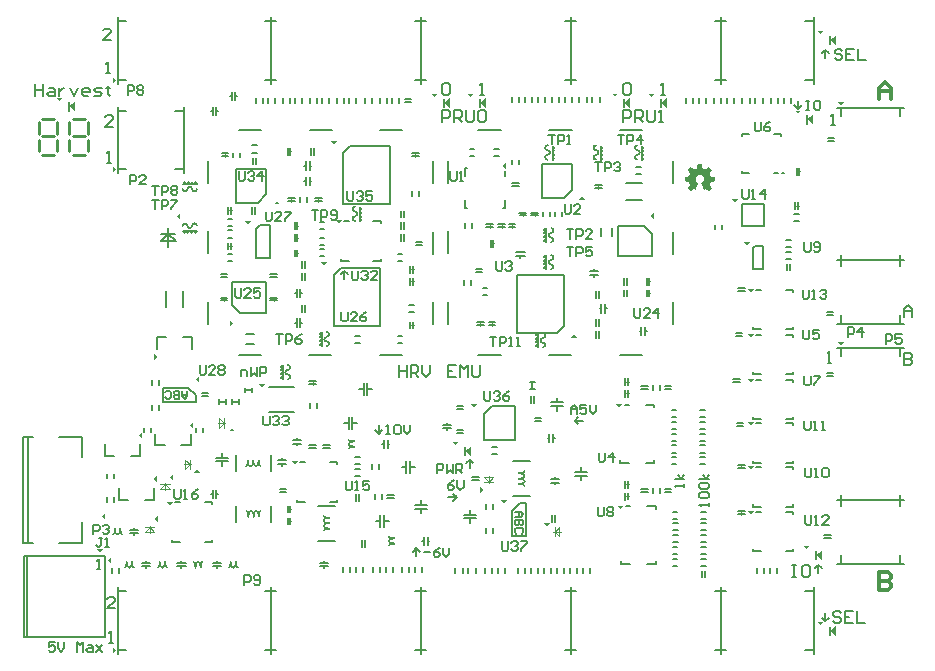
<source format=gbr>
%TF.GenerationSoftware,Altium Limited,Altium Designer,21.1.0 (24)*%
G04 Layer_Color=65535*
%FSLAX45Y45*%
%MOMM*%
%TF.SameCoordinates,22AD4BEA-BF74-4225-A0B4-C9A39FC99EA3*%
%TF.FilePolarity,Positive*%
%TF.FileFunction,Legend,Top*%
%TF.Part,Single*%
G01*
G75*
%TA.AperFunction,NonConductor*%
%ADD76C,0.15000*%
%ADD97C,0.20000*%
%ADD98C,0.25000*%
%ADD126C,0.10000*%
%ADD127C,0.30000*%
G36*
X4895000Y2120000D02*
X4870000Y2150000D01*
X4920000D01*
X4895000Y2120000D01*
D02*
G37*
G36*
X2520000Y1950000D02*
X2490000Y1975000D01*
X2520000Y2000000D01*
Y1950000D01*
D02*
G37*
G36*
X2870000Y1920000D02*
X2820000D01*
X2845000Y1950000D01*
X2870000Y1920000D01*
D02*
G37*
G36*
X2090000Y1860000D02*
X2060000Y1885000D01*
X2090000Y1910000D01*
Y1860000D01*
D02*
G37*
G36*
X4740000Y1800000D02*
X4720000Y1825000D01*
X4760000D01*
X4740000Y1800000D01*
D02*
G37*
G36*
X4870000Y1710000D02*
X4820000Y1750000D01*
X4870000Y1790000D01*
Y1710000D01*
D02*
G37*
G36*
X3385000Y1635000D02*
X3360000Y1665000D01*
X3410000D01*
X3385000Y1635000D01*
D02*
G37*
G36*
X2580000Y1570000D02*
X2530000D01*
X2555000Y1600000D01*
X2580000Y1570000D01*
D02*
G37*
G36*
X2350000Y1510000D02*
X2320000Y1535000D01*
X2350000Y1560000D01*
Y1510000D01*
D02*
G37*
G36*
X2210000Y1490000D02*
X2180000Y1515000D01*
X2210000Y1540000D01*
Y1490000D01*
D02*
G37*
G36*
X2325000Y1295000D02*
X2300000Y1325000D01*
X2350000D01*
X2325000Y1295000D01*
D02*
G37*
G36*
X1775000Y1175000D02*
X1745000Y1200000D01*
X1775000Y1225000D01*
Y1175000D01*
D02*
G37*
G36*
X2220000Y1150000D02*
X2190000Y1175000D01*
X2220000Y1200000D01*
Y1150000D01*
D02*
G37*
G36*
X1730000Y890000D02*
X1705000Y920000D01*
X1755000D01*
X1730000Y890000D01*
D02*
G37*
G36*
X1825000Y805000D02*
X1795000Y830000D01*
X1825000Y855000D01*
Y805000D01*
D02*
G37*
G36*
X1867000Y70500D02*
X1837000Y45500D01*
Y95500D01*
X1867000Y70500D01*
D02*
G37*
G36*
X2220000Y2545000D02*
X2190000Y2520000D01*
Y2570000D01*
X2220000Y2545000D01*
D02*
G37*
G36*
X2540000Y2360000D02*
X2570000Y2385000D01*
Y2335000D01*
X2540000Y2360000D01*
D02*
G37*
G36*
X2860000Y2835000D02*
X2830000Y2810000D01*
Y2860000D01*
X2860000Y2835000D01*
D02*
G37*
G36*
X2380000Y3740000D02*
X2410000Y3765000D01*
Y3715000D01*
X2380000Y3740000D01*
D02*
G37*
G36*
X2985000Y3670000D02*
X2960000Y3700000D01*
X3010000D01*
X2985000Y3670000D01*
D02*
G37*
G36*
X1867000Y4138400D02*
X1837000Y4113400D01*
Y4163400D01*
X1867000Y4138400D01*
D02*
G37*
G36*
X1470000Y4670000D02*
X1520000Y4710000D01*
Y4630000D01*
X1470000Y4670000D01*
D02*
G37*
G36*
X1390000Y4720000D02*
X1370000Y4745000D01*
X1410000D01*
X1390000Y4720000D01*
D02*
G37*
G36*
X1867000Y4896500D02*
X1837000Y4871500D01*
Y4921500D01*
X1867000Y4896500D01*
D02*
G37*
G36*
X3099999Y2290000D02*
X3074999Y2320000D01*
X3124999D01*
X3099999Y2290000D01*
D02*
G37*
G36*
X3630000Y3320000D02*
X3605000Y3350000D01*
X3655000D01*
X3630000Y3320000D01*
D02*
G37*
G36*
X3225000Y3870000D02*
X3250000Y3840000D01*
X3200000D01*
X3225000Y3870000D01*
D02*
G37*
G36*
X3755000Y3675000D02*
X3730000Y3705000D01*
X3780000D01*
X3755000Y3675000D01*
D02*
G37*
G36*
X3710000Y4350000D02*
X3685000Y4380000D01*
X3735000D01*
X3710000Y4350000D01*
D02*
G37*
G36*
X4560000Y4750000D02*
X4540000Y4775000D01*
X4580000D01*
X4560000Y4750000D01*
D02*
G37*
G36*
X4640000Y4700000D02*
X4690000Y4740000D01*
Y4660000D01*
X4640000Y4700000D01*
D02*
G37*
G36*
X4870000Y4750000D02*
X4850000Y4775000D01*
X4890000D01*
X4870000Y4750000D01*
D02*
G37*
G36*
X7245000Y3095000D02*
X7220000Y3125000D01*
X7270000D01*
X7245000Y3095000D01*
D02*
G37*
G36*
Y2715000D02*
X7220000Y2745000D01*
X7270000D01*
X7245000Y2715000D01*
D02*
G37*
G36*
X5765000Y2710000D02*
X5715000D01*
X5740000Y2740000D01*
X5765000Y2710000D01*
D02*
G37*
G36*
X8008000Y2641800D02*
X7983000Y2671800D01*
X8033000D01*
X8008000Y2641800D01*
D02*
G37*
G36*
X7245000Y2335000D02*
X7220000Y2365000D01*
X7270000D01*
X7245000Y2335000D01*
D02*
G37*
G36*
X6127500Y2120000D02*
X6102500Y2150000D01*
X6152500D01*
X6127500Y2120000D01*
D02*
G37*
G36*
X7245000Y1965000D02*
X7220000Y1995000D01*
X7270000D01*
X7245000Y1965000D01*
D02*
G37*
G36*
Y1595000D02*
X7220000Y1625000D01*
X7270000D01*
X7245000Y1595000D01*
D02*
G37*
G36*
X4980000Y1425000D02*
X4950000Y1400000D01*
Y1450000D01*
X4980000Y1425000D01*
D02*
G37*
G36*
X5150000Y1310000D02*
X5125000Y1340000D01*
X5175000D01*
X5150000Y1310000D01*
D02*
G37*
G36*
X6137500Y1260000D02*
X6112500Y1290000D01*
X6162500D01*
X6137500Y1260000D01*
D02*
G37*
G36*
X7245000Y1215000D02*
X7220000Y1245000D01*
X7270000D01*
X7245000Y1215000D01*
D02*
G37*
G36*
X5515000Y1110000D02*
X5490000Y1140000D01*
X5540000D01*
X5515000Y1110000D01*
D02*
G37*
G36*
X7710000Y920000D02*
X7690000Y945000D01*
X7730000D01*
X7710000Y920000D01*
D02*
G37*
G36*
X7840000Y830000D02*
X7790000Y870000D01*
X7840000Y910000D01*
Y830000D01*
D02*
G37*
G36*
X7830000Y280000D02*
X7810000Y305000D01*
X7850000D01*
X7830000Y280000D01*
D02*
G37*
G36*
X7960000Y190000D02*
X7910000Y230000D01*
X7960000Y270000D01*
Y190000D01*
D02*
G37*
G36*
X5135000Y4165000D02*
X5165000Y4190000D01*
Y4140000D01*
X5135000Y4165000D01*
D02*
G37*
G36*
X4950000Y4700000D02*
X5000000Y4740000D01*
Y4660000D01*
X4950000Y4700000D01*
D02*
G37*
G36*
X5815000Y3910000D02*
X5840000Y3880000D01*
X5790000D01*
X5815000Y3910000D01*
D02*
G37*
G36*
X6090000Y4750000D02*
X6070000Y4775000D01*
X6110000D01*
X6090000Y4750000D01*
D02*
G37*
G36*
X6170000Y4700000D02*
X6220000Y4740000D01*
Y4660000D01*
X6170000Y4700000D01*
D02*
G37*
G36*
X6390000Y3745000D02*
X6420000Y3770000D01*
Y3720000D01*
X6390000Y3745000D01*
D02*
G37*
G36*
X6825429Y4180571D02*
X6826286D01*
Y4180143D01*
Y4179714D01*
Y4179286D01*
X6826714D01*
Y4178857D01*
Y4178429D01*
Y4178000D01*
Y4177571D01*
Y4177143D01*
X6827143D01*
Y4176714D01*
Y4176286D01*
Y4175857D01*
Y4175429D01*
Y4175000D01*
Y4174571D01*
X6827572D01*
Y4174143D01*
Y4173714D01*
Y4173286D01*
Y4172857D01*
Y4172429D01*
X6828000D01*
Y4172000D01*
Y4171571D01*
Y4171143D01*
Y4170714D01*
Y4170286D01*
X6828429D01*
Y4169857D01*
Y4169429D01*
Y4169000D01*
Y4168571D01*
Y4168143D01*
Y4167714D01*
X6828857D01*
Y4167286D01*
Y4166857D01*
Y4166429D01*
Y4166000D01*
Y4165571D01*
X6829286D01*
Y4165143D01*
Y4164714D01*
Y4164286D01*
Y4163857D01*
Y4163429D01*
X6829714D01*
Y4163000D01*
Y4162571D01*
Y4162143D01*
Y4161714D01*
Y4161286D01*
Y4160857D01*
X6830143D01*
Y4160429D01*
Y4160000D01*
Y4159571D01*
Y4159143D01*
Y4158714D01*
X6830572D01*
Y4158286D01*
Y4157857D01*
Y4157429D01*
Y4157000D01*
Y4156571D01*
Y4156143D01*
X6831000D01*
Y4155714D01*
Y4155286D01*
Y4154857D01*
Y4154429D01*
Y4154000D01*
X6831429D01*
Y4153571D01*
Y4153143D01*
Y4152714D01*
Y4152286D01*
Y4151857D01*
X6831857D01*
Y4151429D01*
Y4151000D01*
Y4150571D01*
Y4150143D01*
Y4149714D01*
Y4149286D01*
X6832286D01*
Y4148857D01*
Y4148429D01*
Y4148000D01*
Y4147571D01*
Y4147143D01*
X6832714D01*
Y4146714D01*
Y4146286D01*
X6833143D01*
Y4145857D01*
X6834000D01*
Y4145429D01*
X6834857D01*
Y4145000D01*
X6836143D01*
Y4144571D01*
X6837000D01*
Y4144143D01*
X6838286D01*
Y4143714D01*
X6839143D01*
Y4143286D01*
X6840000D01*
Y4142857D01*
X6841286D01*
Y4142429D01*
X6842143D01*
Y4142000D01*
X6843429D01*
Y4141571D01*
X6844286D01*
Y4141143D01*
X6845572D01*
Y4140714D01*
X6846429D01*
Y4140286D01*
X6847715D01*
Y4139857D01*
X6848572D01*
Y4139429D01*
X6849429D01*
Y4139000D01*
X6850715D01*
Y4138571D01*
X6851572D01*
Y4138143D01*
X6852857D01*
Y4137714D01*
X6853715D01*
Y4137286D01*
X6855000D01*
Y4136857D01*
X6855857D01*
Y4136429D01*
X6857143D01*
Y4136857D01*
X6858000D01*
Y4137286D01*
X6858429D01*
Y4137714D01*
X6859286D01*
Y4138143D01*
X6859714D01*
Y4138571D01*
X6860143D01*
Y4139000D01*
X6861000D01*
Y4139429D01*
X6861429D01*
Y4139857D01*
X6862286D01*
Y4140286D01*
X6862714D01*
Y4140714D01*
X6863571D01*
Y4141143D01*
X6864000D01*
Y4141571D01*
X6864857D01*
Y4142000D01*
X6865286D01*
Y4142429D01*
X6866143D01*
Y4142857D01*
X6866571D01*
Y4143286D01*
X6867000D01*
Y4143714D01*
X6867857D01*
Y4144143D01*
X6868286D01*
Y4144571D01*
X6869143D01*
Y4145000D01*
X6869571D01*
Y4145429D01*
X6870429D01*
Y4145857D01*
X6870857D01*
Y4146286D01*
X6871714D01*
Y4146714D01*
X6872143D01*
Y4147143D01*
X6873000D01*
Y4147571D01*
X6873429D01*
Y4148000D01*
X6873857D01*
Y4148429D01*
X6874714D01*
Y4148857D01*
X6875143D01*
Y4149286D01*
X6876000D01*
Y4149714D01*
X6876429D01*
Y4150143D01*
X6877286D01*
Y4150571D01*
X6877714D01*
Y4151000D01*
X6878571D01*
Y4151429D01*
X6879000D01*
Y4151857D01*
X6879857D01*
Y4152286D01*
X6880286D01*
Y4152714D01*
X6881143D01*
Y4153143D01*
X6881571D01*
Y4153571D01*
X6882000D01*
Y4154000D01*
X6882857D01*
Y4154429D01*
X6883286D01*
Y4154857D01*
X6884143D01*
Y4155286D01*
X6884571D01*
Y4155714D01*
X6886714D01*
Y4155286D01*
X6887143D01*
Y4154857D01*
X6887571D01*
Y4154429D01*
X6888000D01*
Y4154000D01*
X6888429D01*
Y4153571D01*
X6888857D01*
Y4153143D01*
X6889286D01*
Y4152714D01*
X6889714D01*
Y4152286D01*
X6890143D01*
Y4151857D01*
X6890571D01*
Y4151429D01*
X6891000D01*
Y4151000D01*
X6891429D01*
Y4150571D01*
X6891857D01*
Y4150143D01*
X6892286D01*
Y4149714D01*
X6892714D01*
Y4149286D01*
X6893143D01*
Y4148857D01*
X6893571D01*
Y4148429D01*
X6894000D01*
Y4148000D01*
X6894429D01*
Y4147571D01*
X6894857D01*
Y4147143D01*
X6895286D01*
Y4146714D01*
X6895714D01*
Y4146286D01*
X6896143D01*
Y4145857D01*
X6896571D01*
Y4145429D01*
X6897000D01*
Y4145000D01*
X6897429D01*
Y4144571D01*
X6897857D01*
Y4144143D01*
X6898286D01*
Y4143714D01*
X6898714D01*
Y4143286D01*
X6899143D01*
Y4142857D01*
X6899571D01*
Y4142429D01*
X6900000D01*
Y4142000D01*
X6900429D01*
Y4141571D01*
X6900857D01*
Y4141143D01*
X6901286D01*
Y4140714D01*
X6901714D01*
Y4140286D01*
X6902143D01*
Y4139857D01*
X6902571D01*
Y4139429D01*
X6903000D01*
Y4139000D01*
X6903429D01*
Y4138571D01*
X6903857D01*
Y4138143D01*
X6904286D01*
Y4137714D01*
X6904714D01*
Y4137286D01*
X6905143D01*
Y4136857D01*
X6905572D01*
Y4136429D01*
X6906000D01*
Y4136000D01*
X6906429D01*
Y4135571D01*
X6906857D01*
Y4135143D01*
X6907286D01*
Y4134714D01*
X6907714D01*
Y4134286D01*
X6908143D01*
Y4133857D01*
X6908572D01*
Y4133429D01*
X6909000D01*
Y4133000D01*
X6909429D01*
Y4132571D01*
X6909857D01*
Y4132143D01*
X6910286D01*
Y4131714D01*
Y4131286D01*
Y4130857D01*
Y4130429D01*
Y4130000D01*
X6909857D01*
Y4129571D01*
X6909429D01*
Y4129143D01*
Y4128714D01*
X6909000D01*
Y4128286D01*
X6908572D01*
Y4127857D01*
Y4127429D01*
X6908143D01*
Y4127000D01*
X6907714D01*
Y4126571D01*
Y4126143D01*
X6907286D01*
Y4125714D01*
X6906857D01*
Y4125286D01*
X6906429D01*
Y4124857D01*
Y4124429D01*
X6906000D01*
Y4124000D01*
X6905572D01*
Y4123571D01*
Y4123143D01*
X6905143D01*
Y4122714D01*
X6904714D01*
Y4122286D01*
Y4121857D01*
X6904286D01*
Y4121429D01*
X6903857D01*
Y4121000D01*
Y4120571D01*
X6903429D01*
Y4120143D01*
X6903000D01*
Y4119714D01*
Y4119286D01*
X6902571D01*
Y4118857D01*
X6902143D01*
Y4118429D01*
X6901714D01*
Y4118000D01*
Y4117571D01*
X6901286D01*
Y4117143D01*
X6900857D01*
Y4116714D01*
Y4116286D01*
X6900429D01*
Y4115857D01*
X6900000D01*
Y4115429D01*
Y4115000D01*
X6899571D01*
Y4114571D01*
X6899143D01*
Y4114143D01*
Y4113714D01*
X6898714D01*
Y4113286D01*
X6898286D01*
Y4112857D01*
Y4112429D01*
X6897857D01*
Y4112000D01*
X6897429D01*
Y4111571D01*
X6897000D01*
Y4111143D01*
Y4110714D01*
X6896571D01*
Y4110286D01*
X6896143D01*
Y4109857D01*
Y4109429D01*
X6895714D01*
Y4109000D01*
X6895286D01*
Y4108571D01*
Y4108143D01*
X6894857D01*
Y4107714D01*
X6894429D01*
Y4107286D01*
Y4106857D01*
X6894000D01*
Y4106429D01*
X6893571D01*
Y4106000D01*
Y4105571D01*
X6893143D01*
Y4105143D01*
X6892714D01*
Y4104714D01*
Y4104286D01*
X6892286D01*
Y4103857D01*
X6891857D01*
Y4103429D01*
Y4103000D01*
X6891429D01*
Y4102571D01*
Y4102143D01*
Y4101714D01*
X6891857D01*
Y4101286D01*
Y4100857D01*
Y4100429D01*
X6892286D01*
Y4100000D01*
Y4099571D01*
X6892714D01*
Y4099143D01*
Y4098714D01*
X6893143D01*
Y4098286D01*
Y4097857D01*
Y4097429D01*
X6893571D01*
Y4097000D01*
Y4096571D01*
X6894000D01*
Y4096143D01*
Y4095714D01*
X6894429D01*
Y4095286D01*
Y4094857D01*
Y4094428D01*
X6894857D01*
Y4094000D01*
Y4093571D01*
X6895286D01*
Y4093143D01*
Y4092714D01*
X6895714D01*
Y4092286D01*
Y4091857D01*
Y4091428D01*
X6896143D01*
Y4091000D01*
Y4090571D01*
X6896571D01*
Y4090143D01*
Y4089714D01*
X6897000D01*
Y4089286D01*
Y4088857D01*
Y4088428D01*
X6897429D01*
Y4088000D01*
Y4087571D01*
X6897857D01*
Y4087143D01*
Y4086714D01*
X6898286D01*
Y4086286D01*
Y4085857D01*
Y4085428D01*
X6898714D01*
Y4085000D01*
Y4084571D01*
X6899143D01*
Y4084143D01*
Y4083714D01*
X6899571D01*
Y4083286D01*
Y4082857D01*
Y4082428D01*
X6900000D01*
Y4082000D01*
Y4081571D01*
X6900429D01*
Y4081143D01*
Y4080714D01*
X6900857D01*
Y4080286D01*
Y4079857D01*
Y4079428D01*
X6901286D01*
Y4079000D01*
Y4078571D01*
X6901714D01*
Y4078143D01*
X6902571D01*
Y4077714D01*
X6903857D01*
Y4077286D01*
X6906429D01*
Y4076857D01*
X6908572D01*
Y4076428D01*
X6910714D01*
Y4076000D01*
X6913286D01*
Y4075571D01*
X6915429D01*
Y4075143D01*
X6918000D01*
Y4074714D01*
X6920143D01*
Y4074286D01*
X6922286D01*
Y4073857D01*
X6924857D01*
Y4073428D01*
X6927000D01*
Y4073000D01*
X6929143D01*
Y4072571D01*
X6931714D01*
Y4072143D01*
X6933857D01*
Y4071714D01*
X6935143D01*
Y4071286D01*
Y4070857D01*
X6935572D01*
Y4070428D01*
Y4070000D01*
Y4069571D01*
Y4069143D01*
Y4068714D01*
Y4068286D01*
Y4067857D01*
Y4067428D01*
Y4067000D01*
Y4066571D01*
Y4066143D01*
Y4065714D01*
Y4065286D01*
Y4064857D01*
Y4064428D01*
Y4064000D01*
Y4063572D01*
Y4063143D01*
Y4062714D01*
Y4062286D01*
Y4061857D01*
Y4061429D01*
Y4061000D01*
Y4060572D01*
Y4060143D01*
Y4059714D01*
Y4059286D01*
Y4058857D01*
Y4058429D01*
Y4058000D01*
Y4057572D01*
Y4057143D01*
Y4056714D01*
Y4056286D01*
Y4055857D01*
Y4055429D01*
Y4055000D01*
Y4054572D01*
Y4054143D01*
Y4053714D01*
Y4053286D01*
Y4052857D01*
Y4052429D01*
Y4052000D01*
Y4051572D01*
Y4051143D01*
Y4050714D01*
Y4050286D01*
Y4049857D01*
Y4049429D01*
Y4049000D01*
Y4048572D01*
Y4048143D01*
Y4047714D01*
Y4047286D01*
Y4046857D01*
Y4046429D01*
Y4046000D01*
Y4045572D01*
Y4045143D01*
Y4044714D01*
Y4044286D01*
Y4043857D01*
Y4043429D01*
Y4043000D01*
Y4042572D01*
Y4042143D01*
Y4041714D01*
Y4041286D01*
Y4040857D01*
Y4040429D01*
Y4040000D01*
Y4039572D01*
Y4039143D01*
Y4038714D01*
Y4038286D01*
Y4037857D01*
Y4037429D01*
Y4037000D01*
X6935143D01*
Y4036572D01*
X6934714D01*
Y4036143D01*
X6933429D01*
Y4035714D01*
X6931286D01*
Y4035286D01*
X6928714D01*
Y4034857D01*
X6926572D01*
Y4034429D01*
X6924000D01*
Y4034000D01*
X6921857D01*
Y4033572D01*
X6919714D01*
Y4033143D01*
X6917143D01*
Y4032714D01*
X6915000D01*
Y4032286D01*
X6912857D01*
Y4031857D01*
X6910286D01*
Y4031429D01*
X6908143D01*
Y4031000D01*
X6905572D01*
Y4030571D01*
X6903429D01*
Y4030143D01*
X6903000D01*
Y4029714D01*
X6902571D01*
Y4029286D01*
X6902143D01*
Y4028857D01*
Y4028429D01*
X6901714D01*
Y4028000D01*
Y4027571D01*
X6901286D01*
Y4027143D01*
Y4026714D01*
Y4026286D01*
X6900857D01*
Y4025857D01*
Y4025429D01*
X6900429D01*
Y4025000D01*
Y4024571D01*
Y4024143D01*
X6900000D01*
Y4023714D01*
Y4023286D01*
X6899571D01*
Y4022857D01*
Y4022429D01*
Y4022000D01*
X6899143D01*
Y4021571D01*
Y4021143D01*
X6898714D01*
Y4020714D01*
Y4020286D01*
Y4019857D01*
X6898286D01*
Y4019429D01*
Y4019000D01*
X6897857D01*
Y4018571D01*
Y4018143D01*
Y4017714D01*
X6897429D01*
Y4017286D01*
Y4016857D01*
X6897000D01*
Y4016429D01*
Y4016000D01*
Y4015571D01*
X6896571D01*
Y4015143D01*
Y4014714D01*
X6896143D01*
Y4014286D01*
Y4013857D01*
Y4013429D01*
X6895714D01*
Y4013000D01*
Y4012571D01*
X6895286D01*
Y4012143D01*
Y4011714D01*
Y4011286D01*
X6894857D01*
Y4010857D01*
Y4010429D01*
X6894429D01*
Y4010000D01*
Y4009571D01*
Y4009143D01*
X6894000D01*
Y4008714D01*
Y4008286D01*
X6893571D01*
Y4007857D01*
Y4007429D01*
Y4007000D01*
X6893143D01*
Y4006571D01*
Y4006143D01*
X6892714D01*
Y4005714D01*
Y4005286D01*
Y4004857D01*
X6892286D01*
Y4004429D01*
Y4004000D01*
Y4003571D01*
X6892714D01*
Y4003143D01*
Y4002714D01*
X6893143D01*
Y4002286D01*
X6893571D01*
Y4001857D01*
Y4001429D01*
X6894000D01*
Y4001000D01*
X6894429D01*
Y4000571D01*
Y4000143D01*
X6894857D01*
Y3999714D01*
X6895286D01*
Y3999286D01*
X6895714D01*
Y3998857D01*
Y3998429D01*
X6896143D01*
Y3998000D01*
X6896571D01*
Y3997571D01*
Y3997143D01*
X6897000D01*
Y3996714D01*
X6897429D01*
Y3996286D01*
Y3995857D01*
X6897857D01*
Y3995429D01*
X6898286D01*
Y3995000D01*
Y3994571D01*
X6898714D01*
Y3994143D01*
X6899143D01*
Y3993714D01*
Y3993286D01*
X6899571D01*
Y3992857D01*
X6900000D01*
Y3992429D01*
X6900429D01*
Y3992000D01*
Y3991571D01*
X6900857D01*
Y3991143D01*
X6901286D01*
Y3990714D01*
Y3990286D01*
X6901714D01*
Y3989857D01*
X6902143D01*
Y3989429D01*
Y3989000D01*
X6902571D01*
Y3988571D01*
X6903000D01*
Y3988143D01*
Y3987714D01*
X6903429D01*
Y3987286D01*
X6903857D01*
Y3986857D01*
Y3986429D01*
X6904286D01*
Y3986000D01*
X6904714D01*
Y3985571D01*
Y3985143D01*
X6905143D01*
Y3984714D01*
X6905572D01*
Y3984286D01*
X6906000D01*
Y3983857D01*
Y3983429D01*
X6906429D01*
Y3983000D01*
X6906857D01*
Y3982571D01*
Y3982143D01*
X6907286D01*
Y3981714D01*
X6907714D01*
Y3981286D01*
Y3980857D01*
X6908143D01*
Y3980429D01*
X6908572D01*
Y3980000D01*
Y3979571D01*
X6909000D01*
Y3979143D01*
X6909429D01*
Y3978714D01*
Y3978286D01*
X6909857D01*
Y3977857D01*
X6910286D01*
Y3977429D01*
Y3977000D01*
Y3976571D01*
Y3976143D01*
Y3975714D01*
X6909857D01*
Y3975286D01*
X6909429D01*
Y3974857D01*
X6909000D01*
Y3974429D01*
X6908572D01*
Y3974000D01*
X6908143D01*
Y3973571D01*
X6907714D01*
Y3973143D01*
X6907286D01*
Y3972714D01*
X6906857D01*
Y3972286D01*
X6906429D01*
Y3971857D01*
X6906000D01*
Y3971429D01*
X6905572D01*
Y3971000D01*
X6905143D01*
Y3970571D01*
X6904714D01*
Y3970143D01*
X6904286D01*
Y3969714D01*
X6903857D01*
Y3969286D01*
X6903429D01*
Y3968857D01*
X6903000D01*
Y3968429D01*
X6902571D01*
Y3968000D01*
X6902143D01*
Y3967571D01*
X6901714D01*
Y3967143D01*
X6901286D01*
Y3966714D01*
X6900857D01*
Y3966286D01*
X6900429D01*
Y3965857D01*
X6900000D01*
Y3965429D01*
X6899571D01*
Y3965000D01*
X6899143D01*
Y3964571D01*
X6898714D01*
Y3964143D01*
X6898286D01*
Y3963714D01*
X6897857D01*
Y3963286D01*
X6897429D01*
Y3962857D01*
X6897000D01*
Y3962429D01*
X6896571D01*
Y3962000D01*
X6896143D01*
Y3961571D01*
X6895714D01*
Y3961143D01*
X6895286D01*
Y3960714D01*
X6894857D01*
Y3960286D01*
X6894429D01*
Y3959857D01*
X6894000D01*
Y3959429D01*
X6893571D01*
Y3959000D01*
X6893143D01*
Y3958571D01*
X6892714D01*
Y3958143D01*
X6892286D01*
Y3957714D01*
X6891857D01*
Y3957286D01*
X6891429D01*
Y3956857D01*
X6891000D01*
Y3956429D01*
X6890571D01*
Y3956000D01*
X6890143D01*
Y3955571D01*
X6889714D01*
Y3955143D01*
X6889286D01*
Y3954714D01*
X6888857D01*
Y3954286D01*
X6888429D01*
Y3953857D01*
X6888000D01*
Y3953429D01*
X6887571D01*
Y3953000D01*
X6887143D01*
Y3952571D01*
X6886286D01*
Y3952143D01*
X6885000D01*
Y3952571D01*
X6884143D01*
Y3953000D01*
X6883714D01*
Y3953429D01*
X6882857D01*
Y3953857D01*
X6882429D01*
Y3954286D01*
X6881571D01*
Y3954714D01*
X6881143D01*
Y3955143D01*
X6880286D01*
Y3955571D01*
X6879857D01*
Y3956000D01*
X6879000D01*
Y3956429D01*
X6878571D01*
Y3956857D01*
X6878143D01*
Y3957286D01*
X6877286D01*
Y3957714D01*
X6876857D01*
Y3958143D01*
X6876000D01*
Y3958571D01*
X6875571D01*
Y3959000D01*
X6874714D01*
Y3959429D01*
X6874286D01*
Y3959857D01*
X6873429D01*
Y3960286D01*
X6873000D01*
Y3960714D01*
X6872143D01*
Y3961143D01*
X6871714D01*
Y3961571D01*
X6871286D01*
Y3962000D01*
X6870429D01*
Y3962429D01*
X6870000D01*
Y3962857D01*
X6869143D01*
Y3963286D01*
X6868714D01*
Y3963714D01*
X6867857D01*
Y3964143D01*
X6867429D01*
Y3964571D01*
X6866571D01*
Y3965000D01*
X6866143D01*
Y3965429D01*
X6865286D01*
Y3965857D01*
X6864857D01*
Y3966286D01*
X6864429D01*
Y3966714D01*
X6863571D01*
Y3967143D01*
X6863143D01*
Y3967571D01*
X6862286D01*
Y3968000D01*
X6861857D01*
Y3968429D01*
X6861000D01*
Y3968857D01*
X6860571D01*
Y3969286D01*
X6859714D01*
Y3969714D01*
X6857572D01*
Y3969286D01*
X6856715D01*
Y3968857D01*
X6856286D01*
Y3968429D01*
X6855429D01*
Y3968000D01*
X6854572D01*
Y3967571D01*
X6853715D01*
Y3967143D01*
X6852857D01*
Y3966714D01*
X6852000D01*
Y3966286D01*
X6851143D01*
Y3965857D01*
X6850286D01*
Y3965429D01*
X6849857D01*
Y3965000D01*
X6849000D01*
Y3964571D01*
X6848143D01*
Y3964143D01*
X6847286D01*
Y3963714D01*
X6845143D01*
Y3964143D01*
X6844715D01*
Y3964571D01*
Y3965000D01*
X6844286D01*
Y3965429D01*
Y3965857D01*
Y3966286D01*
X6843857D01*
Y3966714D01*
Y3967143D01*
X6843429D01*
Y3967571D01*
Y3968000D01*
X6843000D01*
Y3968429D01*
Y3968857D01*
Y3969286D01*
X6842572D01*
Y3969714D01*
Y3970143D01*
X6842143D01*
Y3970571D01*
Y3971000D01*
Y3971429D01*
X6841715D01*
Y3971857D01*
Y3972286D01*
X6841286D01*
Y3972714D01*
Y3973143D01*
Y3973571D01*
X6840857D01*
Y3974000D01*
Y3974429D01*
X6840429D01*
Y3974857D01*
Y3975286D01*
X6840000D01*
Y3975714D01*
Y3976143D01*
Y3976571D01*
X6839572D01*
Y3977000D01*
Y3977429D01*
X6839143D01*
Y3977857D01*
Y3978286D01*
Y3978714D01*
X6838714D01*
Y3979143D01*
Y3979571D01*
X6838286D01*
Y3980000D01*
Y3980429D01*
X6837857D01*
Y3980857D01*
Y3981286D01*
Y3981714D01*
X6837429D01*
Y3982143D01*
Y3982571D01*
X6837000D01*
Y3983000D01*
Y3983429D01*
Y3983857D01*
X6836572D01*
Y3984286D01*
Y3984714D01*
X6836143D01*
Y3985143D01*
Y3985571D01*
Y3986000D01*
X6835714D01*
Y3986429D01*
Y3986857D01*
X6835286D01*
Y3987286D01*
Y3987714D01*
X6834857D01*
Y3988143D01*
Y3988571D01*
Y3989000D01*
X6834429D01*
Y3989429D01*
Y3989857D01*
X6834000D01*
Y3990286D01*
Y3990714D01*
Y3991143D01*
X6833572D01*
Y3991571D01*
Y3992000D01*
X6833143D01*
Y3992429D01*
Y3992857D01*
X6832714D01*
Y3993286D01*
Y3993714D01*
Y3994143D01*
X6832286D01*
Y3994571D01*
Y3995000D01*
X6831857D01*
Y3995429D01*
Y3995857D01*
Y3996286D01*
X6831429D01*
Y3996714D01*
Y3997143D01*
X6831000D01*
Y3997571D01*
Y3998000D01*
Y3998429D01*
X6830572D01*
Y3998857D01*
Y3999286D01*
X6830143D01*
Y3999714D01*
Y4000143D01*
X6829714D01*
Y4000571D01*
Y4001000D01*
Y4001429D01*
X6829286D01*
Y4001857D01*
Y4002286D01*
X6828857D01*
Y4002714D01*
Y4003143D01*
Y4003571D01*
X6828429D01*
Y4004000D01*
Y4004429D01*
X6828000D01*
Y4004857D01*
Y4005286D01*
X6827572D01*
Y4005714D01*
Y4006143D01*
Y4006571D01*
X6827143D01*
Y4007000D01*
Y4007429D01*
X6826714D01*
Y4007857D01*
Y4008286D01*
Y4008714D01*
X6826286D01*
Y4009143D01*
Y4009571D01*
X6825857D01*
Y4010000D01*
Y4010429D01*
Y4010857D01*
X6825429D01*
Y4011286D01*
Y4011714D01*
X6825000D01*
Y4012143D01*
Y4012571D01*
X6824572D01*
Y4013000D01*
Y4013429D01*
Y4013857D01*
X6824143D01*
Y4014286D01*
Y4014714D01*
X6823714D01*
Y4015143D01*
Y4015571D01*
Y4016000D01*
X6823286D01*
Y4016429D01*
Y4016857D01*
X6822857D01*
Y4017286D01*
Y4017714D01*
X6822429D01*
Y4018143D01*
Y4018571D01*
Y4019000D01*
X6822000D01*
Y4019429D01*
Y4019857D01*
X6822429D01*
Y4020286D01*
Y4020714D01*
X6822857D01*
Y4021143D01*
X6823286D01*
Y4021571D01*
X6824143D01*
Y4022000D01*
X6824572D01*
Y4022429D01*
X6825429D01*
Y4022857D01*
X6825857D01*
Y4023286D01*
X6826714D01*
Y4023714D01*
X6827143D01*
Y4024143D01*
X6827572D01*
Y4024571D01*
X6828429D01*
Y4025000D01*
X6828857D01*
Y4025429D01*
X6829714D01*
Y4025857D01*
X6830143D01*
Y4026286D01*
X6830572D01*
Y4026714D01*
X6831000D01*
Y4027143D01*
X6831857D01*
Y4027571D01*
X6832286D01*
Y4028000D01*
X6832714D01*
Y4028429D01*
X6833143D01*
Y4028857D01*
X6833572D01*
Y4029286D01*
X6834000D01*
Y4029714D01*
X6834429D01*
Y4030143D01*
X6834857D01*
Y4030571D01*
X6835286D01*
Y4031000D01*
Y4031429D01*
X6835714D01*
Y4031857D01*
X6836143D01*
Y4032286D01*
X6836572D01*
Y4032714D01*
X6837000D01*
Y4033143D01*
Y4033572D01*
X6837429D01*
Y4034000D01*
X6837857D01*
Y4034429D01*
Y4034857D01*
X6838286D01*
Y4035286D01*
X6838714D01*
Y4035714D01*
Y4036143D01*
X6839143D01*
Y4036572D01*
Y4037000D01*
X6839572D01*
Y4037429D01*
Y4037857D01*
X6840000D01*
Y4038286D01*
Y4038714D01*
X6840429D01*
Y4039143D01*
Y4039572D01*
X6840857D01*
Y4040000D01*
Y4040429D01*
X6841286D01*
Y4040857D01*
Y4041286D01*
X6841715D01*
Y4041714D01*
Y4042143D01*
Y4042572D01*
X6842143D01*
Y4043000D01*
Y4043429D01*
Y4043857D01*
X6842572D01*
Y4044286D01*
Y4044714D01*
Y4045143D01*
Y4045572D01*
X6843000D01*
Y4046000D01*
Y4046429D01*
Y4046857D01*
Y4047286D01*
Y4047714D01*
X6843429D01*
Y4048143D01*
Y4048572D01*
Y4049000D01*
Y4049429D01*
Y4049857D01*
Y4050286D01*
Y4050714D01*
X6843857D01*
Y4051143D01*
Y4051572D01*
Y4052000D01*
Y4052429D01*
Y4052857D01*
Y4053286D01*
Y4053714D01*
Y4054143D01*
Y4054572D01*
Y4055000D01*
Y4055429D01*
Y4055857D01*
Y4056286D01*
Y4056714D01*
X6843429D01*
Y4057143D01*
Y4057572D01*
Y4058000D01*
Y4058429D01*
Y4058857D01*
Y4059286D01*
Y4059714D01*
X6843000D01*
Y4060143D01*
Y4060572D01*
Y4061000D01*
Y4061429D01*
Y4061857D01*
X6842572D01*
Y4062286D01*
Y4062714D01*
Y4063143D01*
Y4063572D01*
X6842143D01*
Y4064000D01*
Y4064428D01*
Y4064857D01*
X6841715D01*
Y4065286D01*
Y4065714D01*
Y4066143D01*
X6841286D01*
Y4066571D01*
Y4067000D01*
X6840857D01*
Y4067428D01*
Y4067857D01*
Y4068286D01*
X6840429D01*
Y4068714D01*
Y4069143D01*
X6840000D01*
Y4069571D01*
Y4070000D01*
X6839572D01*
Y4070428D01*
Y4070857D01*
X6839143D01*
Y4071286D01*
X6838714D01*
Y4071714D01*
Y4072143D01*
X6838286D01*
Y4072571D01*
Y4073000D01*
X6837857D01*
Y4073428D01*
X6837429D01*
Y4073857D01*
Y4074286D01*
X6837000D01*
Y4074714D01*
X6836572D01*
Y4075143D01*
X6836143D01*
Y4075571D01*
Y4076000D01*
X6835714D01*
Y4076428D01*
X6835286D01*
Y4076857D01*
X6834857D01*
Y4077286D01*
X6834429D01*
Y4077714D01*
X6834000D01*
Y4078143D01*
X6833572D01*
Y4078571D01*
X6833143D01*
Y4079000D01*
X6832714D01*
Y4079428D01*
X6832286D01*
Y4079857D01*
X6831857D01*
Y4080286D01*
X6831429D01*
Y4080714D01*
X6831000D01*
Y4081143D01*
X6830572D01*
Y4081571D01*
X6829714D01*
Y4082000D01*
X6829286D01*
Y4082428D01*
X6828429D01*
Y4082857D01*
X6828000D01*
Y4083286D01*
X6827143D01*
Y4083714D01*
X6826714D01*
Y4084143D01*
X6825857D01*
Y4084571D01*
X6825000D01*
Y4085000D01*
X6824143D01*
Y4085428D01*
X6823286D01*
Y4085857D01*
X6822429D01*
Y4086286D01*
X6821572D01*
Y4086714D01*
X6820286D01*
Y4087143D01*
X6819000D01*
Y4087571D01*
X6817714D01*
Y4088000D01*
X6816000D01*
Y4088428D01*
X6813429D01*
Y4088857D01*
X6803572D01*
Y4088428D01*
X6801000D01*
Y4088000D01*
X6799286D01*
Y4087571D01*
X6798000D01*
Y4087143D01*
X6796714D01*
Y4086714D01*
X6795429D01*
Y4086286D01*
X6794572D01*
Y4085857D01*
X6793714D01*
Y4085428D01*
X6792857D01*
Y4085000D01*
X6792000D01*
Y4084571D01*
X6791143D01*
Y4084143D01*
X6790286D01*
Y4083714D01*
X6789857D01*
Y4083286D01*
X6789000D01*
Y4082857D01*
X6788572D01*
Y4082428D01*
X6787714D01*
Y4082000D01*
X6787286D01*
Y4081571D01*
X6786857D01*
Y4081143D01*
X6786429D01*
Y4080714D01*
X6785572D01*
Y4080286D01*
X6785143D01*
Y4079857D01*
X6784714D01*
Y4079428D01*
X6784286D01*
Y4079000D01*
X6783857D01*
Y4078571D01*
X6783429D01*
Y4078143D01*
X6783000D01*
Y4077714D01*
X6782572D01*
Y4077286D01*
X6782143D01*
Y4076857D01*
X6781714D01*
Y4076428D01*
X6781286D01*
Y4076000D01*
Y4075571D01*
X6780857D01*
Y4075143D01*
X6780429D01*
Y4074714D01*
X6780000D01*
Y4074286D01*
Y4073857D01*
X6779572D01*
Y4073428D01*
X6779143D01*
Y4073000D01*
Y4072571D01*
X6778714D01*
Y4072143D01*
X6778286D01*
Y4071714D01*
Y4071286D01*
X6777857D01*
Y4070857D01*
Y4070428D01*
X6777429D01*
Y4070000D01*
Y4069571D01*
X6777000D01*
Y4069143D01*
Y4068714D01*
X6776572D01*
Y4068286D01*
Y4067857D01*
X6776143D01*
Y4067428D01*
Y4067000D01*
X6775714D01*
Y4066571D01*
Y4066143D01*
Y4065714D01*
X6775286D01*
Y4065286D01*
Y4064857D01*
Y4064428D01*
X6774857D01*
Y4064000D01*
Y4063572D01*
Y4063143D01*
X6774429D01*
Y4062714D01*
Y4062286D01*
Y4061857D01*
Y4061429D01*
X6774000D01*
Y4061000D01*
Y4060572D01*
Y4060143D01*
Y4059714D01*
Y4059286D01*
X6773572D01*
Y4058857D01*
Y4058429D01*
Y4058000D01*
Y4057572D01*
Y4057143D01*
Y4056714D01*
Y4056286D01*
Y4055857D01*
Y4055429D01*
Y4055000D01*
X6773143D01*
Y4054572D01*
Y4054143D01*
Y4053714D01*
Y4053286D01*
Y4052857D01*
Y4052429D01*
X6773572D01*
Y4052000D01*
Y4051572D01*
Y4051143D01*
Y4050714D01*
Y4050286D01*
Y4049857D01*
Y4049429D01*
Y4049000D01*
Y4048572D01*
Y4048143D01*
X6774000D01*
Y4047714D01*
Y4047286D01*
Y4046857D01*
Y4046429D01*
Y4046000D01*
X6774429D01*
Y4045572D01*
Y4045143D01*
Y4044714D01*
Y4044286D01*
X6774857D01*
Y4043857D01*
Y4043429D01*
Y4043000D01*
X6775286D01*
Y4042572D01*
Y4042143D01*
Y4041714D01*
X6775714D01*
Y4041286D01*
Y4040857D01*
X6776143D01*
Y4040429D01*
Y4040000D01*
Y4039572D01*
X6776572D01*
Y4039143D01*
Y4038714D01*
X6777000D01*
Y4038286D01*
Y4037857D01*
X6777429D01*
Y4037429D01*
Y4037000D01*
X6777857D01*
Y4036572D01*
Y4036143D01*
X6778286D01*
Y4035714D01*
X6778714D01*
Y4035286D01*
Y4034857D01*
X6779143D01*
Y4034429D01*
X6779572D01*
Y4034000D01*
Y4033572D01*
X6780000D01*
Y4033143D01*
X6780429D01*
Y4032714D01*
Y4032286D01*
X6780857D01*
Y4031857D01*
X6781286D01*
Y4031429D01*
X6781714D01*
Y4031000D01*
X6782143D01*
Y4030571D01*
X6782572D01*
Y4030143D01*
Y4029714D01*
X6783000D01*
Y4029286D01*
X6783429D01*
Y4028857D01*
X6783857D01*
Y4028429D01*
X6784286D01*
Y4028000D01*
X6785143D01*
Y4027571D01*
X6785572D01*
Y4027143D01*
X6786000D01*
Y4026714D01*
X6786429D01*
Y4026286D01*
X6786857D01*
Y4025857D01*
X6787714D01*
Y4025429D01*
X6788143D01*
Y4025000D01*
X6788572D01*
Y4024571D01*
X6789429D01*
Y4024143D01*
X6789857D01*
Y4023714D01*
X6790286D01*
Y4023286D01*
X6791143D01*
Y4022857D01*
X6791572D01*
Y4022429D01*
X6792429D01*
Y4022000D01*
X6793286D01*
Y4021571D01*
X6793714D01*
Y4021143D01*
X6794572D01*
Y4020714D01*
Y4020286D01*
X6795000D01*
Y4019857D01*
Y4019429D01*
Y4019000D01*
Y4018571D01*
X6794572D01*
Y4018143D01*
Y4017714D01*
X6794143D01*
Y4017286D01*
Y4016857D01*
Y4016429D01*
X6793714D01*
Y4016000D01*
Y4015571D01*
X6793286D01*
Y4015143D01*
Y4014714D01*
X6792857D01*
Y4014286D01*
Y4013857D01*
Y4013429D01*
X6792429D01*
Y4013000D01*
Y4012571D01*
X6792000D01*
Y4012143D01*
Y4011714D01*
Y4011286D01*
X6791572D01*
Y4010857D01*
Y4010429D01*
X6791143D01*
Y4010000D01*
Y4009571D01*
X6790714D01*
Y4009143D01*
Y4008714D01*
Y4008286D01*
X6790286D01*
Y4007857D01*
Y4007429D01*
X6789857D01*
Y4007000D01*
Y4006571D01*
Y4006143D01*
X6789429D01*
Y4005714D01*
Y4005286D01*
X6789000D01*
Y4004857D01*
Y4004429D01*
Y4004000D01*
X6788572D01*
Y4003571D01*
Y4003143D01*
X6788143D01*
Y4002714D01*
Y4002286D01*
X6787714D01*
Y4001857D01*
Y4001429D01*
Y4001000D01*
X6787286D01*
Y4000571D01*
Y4000143D01*
X6786857D01*
Y3999714D01*
Y3999286D01*
Y3998857D01*
X6786429D01*
Y3998429D01*
Y3998000D01*
X6786000D01*
Y3997571D01*
Y3997143D01*
X6785572D01*
Y3996714D01*
Y3996286D01*
Y3995857D01*
X6785143D01*
Y3995429D01*
Y3995000D01*
X6784714D01*
Y3994571D01*
Y3994143D01*
Y3993714D01*
X6784286D01*
Y3993286D01*
Y3992857D01*
X6783857D01*
Y3992429D01*
Y3992000D01*
Y3991571D01*
X6783429D01*
Y3991143D01*
Y3990714D01*
X6783000D01*
Y3990286D01*
Y3989857D01*
X6782572D01*
Y3989429D01*
Y3989000D01*
Y3988571D01*
X6782143D01*
Y3988143D01*
Y3987714D01*
X6781714D01*
Y3987286D01*
Y3986857D01*
Y3986429D01*
X6781286D01*
Y3986000D01*
Y3985571D01*
X6780857D01*
Y3985143D01*
Y3984714D01*
X6780429D01*
Y3984286D01*
Y3983857D01*
Y3983429D01*
X6780000D01*
Y3983000D01*
Y3982571D01*
X6779572D01*
Y3982143D01*
Y3981714D01*
Y3981286D01*
X6779143D01*
Y3980857D01*
Y3980429D01*
X6778714D01*
Y3980000D01*
Y3979571D01*
Y3979143D01*
X6778286D01*
Y3978714D01*
Y3978286D01*
X6777857D01*
Y3977857D01*
Y3977429D01*
X6777429D01*
Y3977000D01*
Y3976571D01*
Y3976143D01*
X6777000D01*
Y3975714D01*
Y3975286D01*
X6776572D01*
Y3974857D01*
Y3974429D01*
Y3974000D01*
X6776143D01*
Y3973571D01*
Y3973143D01*
X6775714D01*
Y3972714D01*
Y3972286D01*
X6775286D01*
Y3971857D01*
Y3971429D01*
Y3971000D01*
X6774857D01*
Y3970571D01*
Y3970143D01*
X6774429D01*
Y3969714D01*
Y3969286D01*
Y3968857D01*
X6774000D01*
Y3968429D01*
Y3968000D01*
X6773572D01*
Y3967571D01*
Y3967143D01*
Y3966714D01*
X6773143D01*
Y3966286D01*
Y3965857D01*
X6772714D01*
Y3965429D01*
Y3965000D01*
X6772286D01*
Y3964571D01*
Y3964143D01*
X6771857D01*
Y3963714D01*
X6769714D01*
Y3964143D01*
X6768857D01*
Y3964571D01*
X6768429D01*
Y3965000D01*
X6767572D01*
Y3965429D01*
X6766714D01*
Y3965857D01*
X6765857D01*
Y3966286D01*
X6765000D01*
Y3966714D01*
X6764143D01*
Y3967143D01*
X6763286D01*
Y3967571D01*
X6762429D01*
Y3968000D01*
X6762000D01*
Y3968429D01*
X6761143D01*
Y3968857D01*
X6760286D01*
Y3969286D01*
X6759429D01*
Y3969714D01*
X6757286D01*
Y3969286D01*
X6756429D01*
Y3968857D01*
X6756000D01*
Y3968429D01*
X6755572D01*
Y3968000D01*
X6754714D01*
Y3967571D01*
X6754286D01*
Y3967143D01*
X6753429D01*
Y3966714D01*
X6753000D01*
Y3966286D01*
X6752143D01*
Y3965857D01*
X6751714D01*
Y3965429D01*
X6750857D01*
Y3965000D01*
X6750429D01*
Y3964571D01*
X6749571D01*
Y3964143D01*
X6749143D01*
Y3963714D01*
X6748714D01*
Y3963286D01*
X6747857D01*
Y3962857D01*
X6747429D01*
Y3962429D01*
X6746571D01*
Y3962000D01*
X6746143D01*
Y3961571D01*
X6745286D01*
Y3961143D01*
X6744857D01*
Y3960714D01*
X6744000D01*
Y3960286D01*
X6743571D01*
Y3959857D01*
X6742714D01*
Y3959429D01*
X6742286D01*
Y3959000D01*
X6741857D01*
Y3958571D01*
X6741000D01*
Y3958143D01*
X6740571D01*
Y3957714D01*
X6739714D01*
Y3957286D01*
X6739286D01*
Y3956857D01*
X6738429D01*
Y3956429D01*
X6738000D01*
Y3956000D01*
X6737143D01*
Y3955571D01*
X6736714D01*
Y3955143D01*
X6735857D01*
Y3954714D01*
X6735429D01*
Y3954286D01*
X6734571D01*
Y3953857D01*
X6734143D01*
Y3953429D01*
X6733714D01*
Y3953000D01*
X6732857D01*
Y3952571D01*
X6732000D01*
Y3952143D01*
X6730715D01*
Y3952571D01*
X6729857D01*
Y3953000D01*
X6729429D01*
Y3953429D01*
X6729000D01*
Y3953857D01*
X6728572D01*
Y3954286D01*
X6728143D01*
Y3954714D01*
X6727715D01*
Y3955143D01*
X6727286D01*
Y3955571D01*
X6726857D01*
Y3956000D01*
X6726429D01*
Y3956429D01*
X6726000D01*
Y3956857D01*
X6725572D01*
Y3957286D01*
X6725143D01*
Y3957714D01*
X6724715D01*
Y3958143D01*
X6724286D01*
Y3958571D01*
X6723857D01*
Y3959000D01*
X6723429D01*
Y3959429D01*
X6723000D01*
Y3959857D01*
X6722572D01*
Y3960286D01*
X6722143D01*
Y3960714D01*
X6721715D01*
Y3961143D01*
X6721286D01*
Y3961571D01*
X6720857D01*
Y3962000D01*
X6720429D01*
Y3962429D01*
X6720000D01*
Y3962857D01*
X6719572D01*
Y3963286D01*
X6719143D01*
Y3963714D01*
X6718715D01*
Y3964143D01*
X6718286D01*
Y3964571D01*
X6717857D01*
Y3965000D01*
X6717429D01*
Y3965429D01*
X6717000D01*
Y3965857D01*
X6716572D01*
Y3966286D01*
X6716143D01*
Y3966714D01*
X6715715D01*
Y3967143D01*
X6715286D01*
Y3967571D01*
X6714857D01*
Y3968000D01*
X6714429D01*
Y3968429D01*
X6714000D01*
Y3968857D01*
X6713572D01*
Y3969286D01*
X6713143D01*
Y3969714D01*
X6712715D01*
Y3970143D01*
X6712286D01*
Y3970571D01*
X6711857D01*
Y3971000D01*
X6711429D01*
Y3971429D01*
X6711000D01*
Y3971857D01*
X6710572D01*
Y3972286D01*
X6710143D01*
Y3972714D01*
X6709715D01*
Y3973143D01*
X6709286D01*
Y3973571D01*
X6708857D01*
Y3974000D01*
X6708429D01*
Y3974429D01*
X6708000D01*
Y3974857D01*
X6707572D01*
Y3975286D01*
X6707143D01*
Y3975714D01*
Y3976143D01*
X6706715D01*
Y3976571D01*
Y3977000D01*
Y3977429D01*
X6707143D01*
Y3977857D01*
Y3978286D01*
X6707572D01*
Y3978714D01*
Y3979143D01*
X6708000D01*
Y3979571D01*
X6708429D01*
Y3980000D01*
X6708857D01*
Y3980429D01*
Y3980857D01*
X6709286D01*
Y3981286D01*
X6709715D01*
Y3981714D01*
Y3982143D01*
X6710143D01*
Y3982571D01*
X6710572D01*
Y3983000D01*
Y3983429D01*
X6711000D01*
Y3983857D01*
X6711429D01*
Y3984286D01*
Y3984714D01*
X6711857D01*
Y3985143D01*
X6712286D01*
Y3985571D01*
Y3986000D01*
X6712715D01*
Y3986429D01*
X6713143D01*
Y3986857D01*
X6713572D01*
Y3987286D01*
Y3987714D01*
X6714000D01*
Y3988143D01*
X6714429D01*
Y3988571D01*
Y3989000D01*
X6714857D01*
Y3989429D01*
X6715286D01*
Y3989857D01*
Y3990286D01*
X6715715D01*
Y3990714D01*
X6716143D01*
Y3991143D01*
Y3991571D01*
X6716572D01*
Y3992000D01*
X6717000D01*
Y3992429D01*
Y3992857D01*
X6717429D01*
Y3993286D01*
X6717857D01*
Y3993714D01*
Y3994143D01*
X6718286D01*
Y3994571D01*
X6718715D01*
Y3995000D01*
X6719143D01*
Y3995429D01*
Y3995857D01*
X6719572D01*
Y3996286D01*
X6720000D01*
Y3996714D01*
Y3997143D01*
X6720429D01*
Y3997571D01*
X6720857D01*
Y3998000D01*
Y3998429D01*
X6721286D01*
Y3998857D01*
X6721715D01*
Y3999286D01*
Y3999714D01*
X6722143D01*
Y4000143D01*
X6722572D01*
Y4000571D01*
Y4001000D01*
X6723000D01*
Y4001429D01*
X6723429D01*
Y4001857D01*
X6723857D01*
Y4002286D01*
Y4002714D01*
X6724286D01*
Y4003143D01*
X6724715D01*
Y4003571D01*
Y4004000D01*
Y4004429D01*
Y4004857D01*
Y4005286D01*
X6724286D01*
Y4005714D01*
Y4006143D01*
Y4006571D01*
X6723857D01*
Y4007000D01*
Y4007429D01*
X6723429D01*
Y4007857D01*
Y4008286D01*
Y4008714D01*
X6723000D01*
Y4009143D01*
Y4009571D01*
X6722572D01*
Y4010000D01*
Y4010429D01*
Y4010857D01*
X6722143D01*
Y4011286D01*
Y4011714D01*
X6721715D01*
Y4012143D01*
Y4012571D01*
Y4013000D01*
X6721286D01*
Y4013429D01*
Y4013857D01*
X6720857D01*
Y4014286D01*
Y4014714D01*
Y4015143D01*
X6720429D01*
Y4015571D01*
Y4016000D01*
X6720000D01*
Y4016429D01*
Y4016857D01*
Y4017286D01*
X6719572D01*
Y4017714D01*
Y4018143D01*
X6719143D01*
Y4018571D01*
Y4019000D01*
Y4019429D01*
X6718715D01*
Y4019857D01*
Y4020286D01*
X6718286D01*
Y4020714D01*
Y4021143D01*
Y4021571D01*
X6717857D01*
Y4022000D01*
Y4022429D01*
X6717429D01*
Y4022857D01*
Y4023286D01*
Y4023714D01*
X6717000D01*
Y4024143D01*
Y4024571D01*
X6716572D01*
Y4025000D01*
Y4025429D01*
Y4025857D01*
X6716143D01*
Y4026286D01*
Y4026714D01*
X6715715D01*
Y4027143D01*
Y4027571D01*
Y4028000D01*
X6715286D01*
Y4028429D01*
Y4028857D01*
X6714857D01*
Y4029286D01*
Y4029714D01*
X6714429D01*
Y4030143D01*
X6713572D01*
Y4030571D01*
X6711429D01*
Y4031000D01*
X6708857D01*
Y4031429D01*
X6706715D01*
Y4031857D01*
X6704572D01*
Y4032286D01*
X6702000D01*
Y4032714D01*
X6699857D01*
Y4033143D01*
X6697715D01*
Y4033572D01*
X6695143D01*
Y4034000D01*
X6693000D01*
Y4034429D01*
X6690429D01*
Y4034857D01*
X6688286D01*
Y4035286D01*
X6686143D01*
Y4035714D01*
X6683572D01*
Y4036143D01*
X6682286D01*
Y4036572D01*
X6681857D01*
Y4037000D01*
X6681429D01*
Y4037429D01*
Y4037857D01*
Y4038286D01*
Y4038714D01*
Y4039143D01*
Y4039572D01*
Y4040000D01*
Y4040429D01*
Y4040857D01*
Y4041286D01*
Y4041714D01*
Y4042143D01*
Y4042572D01*
Y4043000D01*
Y4043429D01*
Y4043857D01*
Y4044286D01*
Y4044714D01*
Y4045143D01*
Y4045572D01*
Y4046000D01*
Y4046429D01*
Y4046857D01*
Y4047286D01*
Y4047714D01*
Y4048143D01*
Y4048572D01*
Y4049000D01*
Y4049429D01*
Y4049857D01*
Y4050286D01*
Y4050714D01*
Y4051143D01*
Y4051572D01*
Y4052000D01*
Y4052429D01*
Y4052857D01*
Y4053286D01*
Y4053714D01*
Y4054143D01*
Y4054572D01*
Y4055000D01*
Y4055429D01*
Y4055857D01*
Y4056286D01*
Y4056714D01*
Y4057143D01*
Y4057572D01*
Y4058000D01*
Y4058429D01*
Y4058857D01*
Y4059286D01*
Y4059714D01*
Y4060143D01*
Y4060572D01*
Y4061000D01*
Y4061429D01*
Y4061857D01*
Y4062286D01*
Y4062714D01*
Y4063143D01*
Y4063572D01*
Y4064000D01*
Y4064428D01*
Y4064857D01*
Y4065286D01*
Y4065714D01*
Y4066143D01*
Y4066571D01*
Y4067000D01*
Y4067428D01*
Y4067857D01*
Y4068286D01*
Y4068714D01*
Y4069143D01*
Y4069571D01*
Y4070000D01*
Y4070428D01*
Y4070857D01*
X6681857D01*
Y4071286D01*
X6682286D01*
Y4071714D01*
X6683143D01*
Y4072143D01*
X6685286D01*
Y4072571D01*
X6687857D01*
Y4073000D01*
X6690000D01*
Y4073428D01*
X6692572D01*
Y4073857D01*
X6694715D01*
Y4074286D01*
X6696857D01*
Y4074714D01*
X6699429D01*
Y4075143D01*
X6701572D01*
Y4075571D01*
X6703715D01*
Y4076000D01*
X6706286D01*
Y4076428D01*
X6708429D01*
Y4076857D01*
X6711000D01*
Y4077286D01*
X6713143D01*
Y4077714D01*
X6714857D01*
Y4078143D01*
X6715286D01*
Y4078571D01*
X6715715D01*
Y4079000D01*
Y4079428D01*
X6716143D01*
Y4079857D01*
Y4080286D01*
X6716572D01*
Y4080714D01*
Y4081143D01*
X6717000D01*
Y4081571D01*
Y4082000D01*
Y4082428D01*
X6717429D01*
Y4082857D01*
Y4083286D01*
X6717857D01*
Y4083714D01*
Y4084143D01*
X6718286D01*
Y4084571D01*
Y4085000D01*
Y4085428D01*
X6718715D01*
Y4085857D01*
Y4086286D01*
X6719143D01*
Y4086714D01*
Y4087143D01*
X6719572D01*
Y4087571D01*
Y4088000D01*
Y4088428D01*
X6720000D01*
Y4088857D01*
Y4089286D01*
X6720429D01*
Y4089714D01*
Y4090143D01*
X6720857D01*
Y4090571D01*
Y4091000D01*
Y4091428D01*
X6721286D01*
Y4091857D01*
Y4092286D01*
X6721715D01*
Y4092714D01*
Y4093143D01*
X6722143D01*
Y4093571D01*
Y4094000D01*
Y4094428D01*
X6722572D01*
Y4094857D01*
Y4095286D01*
X6723000D01*
Y4095714D01*
Y4096143D01*
X6723429D01*
Y4096571D01*
Y4097000D01*
Y4097429D01*
X6723857D01*
Y4097857D01*
Y4098286D01*
X6724286D01*
Y4098714D01*
Y4099143D01*
X6724715D01*
Y4099571D01*
Y4100000D01*
Y4100429D01*
X6725143D01*
Y4100857D01*
Y4101286D01*
X6725572D01*
Y4101714D01*
Y4102143D01*
Y4102571D01*
Y4103000D01*
Y4103429D01*
X6725143D01*
Y4103857D01*
X6724715D01*
Y4104286D01*
Y4104714D01*
X6724286D01*
Y4105143D01*
X6723857D01*
Y4105571D01*
Y4106000D01*
X6723429D01*
Y4106429D01*
X6723000D01*
Y4106857D01*
Y4107286D01*
X6722572D01*
Y4107714D01*
X6722143D01*
Y4108143D01*
Y4108571D01*
X6721715D01*
Y4109000D01*
X6721286D01*
Y4109429D01*
Y4109857D01*
X6720857D01*
Y4110286D01*
X6720429D01*
Y4110714D01*
X6720000D01*
Y4111143D01*
Y4111571D01*
X6719572D01*
Y4112000D01*
X6719143D01*
Y4112429D01*
Y4112857D01*
X6718715D01*
Y4113286D01*
X6718286D01*
Y4113714D01*
Y4114143D01*
X6717857D01*
Y4114571D01*
X6717429D01*
Y4115000D01*
Y4115429D01*
X6717000D01*
Y4115857D01*
X6716572D01*
Y4116286D01*
Y4116714D01*
X6716143D01*
Y4117143D01*
X6715715D01*
Y4117571D01*
X6715286D01*
Y4118000D01*
Y4118429D01*
X6714857D01*
Y4118857D01*
X6714429D01*
Y4119286D01*
Y4119714D01*
X6714000D01*
Y4120143D01*
X6713572D01*
Y4120571D01*
Y4121000D01*
X6713143D01*
Y4121429D01*
X6712715D01*
Y4121857D01*
Y4122286D01*
X6712286D01*
Y4122714D01*
X6711857D01*
Y4123143D01*
Y4123571D01*
X6711429D01*
Y4124000D01*
X6711000D01*
Y4124429D01*
X6710572D01*
Y4124857D01*
Y4125286D01*
X6710143D01*
Y4125714D01*
X6709715D01*
Y4126143D01*
Y4126571D01*
X6709286D01*
Y4127000D01*
X6708857D01*
Y4127429D01*
Y4127857D01*
X6708429D01*
Y4128286D01*
X6708000D01*
Y4128714D01*
Y4129143D01*
X6707572D01*
Y4129571D01*
X6707143D01*
Y4130000D01*
Y4130429D01*
X6706715D01*
Y4130857D01*
Y4131286D01*
Y4131714D01*
X6707143D01*
Y4132143D01*
Y4132571D01*
X6707572D01*
Y4133000D01*
X6708000D01*
Y4133429D01*
X6708429D01*
Y4133857D01*
X6708857D01*
Y4134286D01*
X6709286D01*
Y4134714D01*
X6709715D01*
Y4135143D01*
X6710143D01*
Y4135571D01*
X6710572D01*
Y4136000D01*
X6711000D01*
Y4136429D01*
X6711429D01*
Y4136857D01*
X6711857D01*
Y4137286D01*
X6712286D01*
Y4137714D01*
X6712715D01*
Y4138143D01*
X6713143D01*
Y4138571D01*
X6713572D01*
Y4139000D01*
X6714000D01*
Y4139429D01*
X6714429D01*
Y4139857D01*
X6714857D01*
Y4140286D01*
X6715286D01*
Y4140714D01*
X6715715D01*
Y4141143D01*
X6716143D01*
Y4141571D01*
X6716572D01*
Y4142000D01*
X6717000D01*
Y4142429D01*
X6717429D01*
Y4142857D01*
X6717857D01*
Y4143286D01*
X6718286D01*
Y4143714D01*
X6718715D01*
Y4144143D01*
X6719143D01*
Y4144571D01*
X6719572D01*
Y4145000D01*
X6720000D01*
Y4145429D01*
X6720429D01*
Y4145857D01*
X6720857D01*
Y4146286D01*
X6721286D01*
Y4146714D01*
X6721715D01*
Y4147143D01*
X6722143D01*
Y4147571D01*
X6722572D01*
Y4148000D01*
X6723000D01*
Y4148429D01*
X6723429D01*
Y4148857D01*
X6723857D01*
Y4149286D01*
X6724286D01*
Y4149714D01*
X6724715D01*
Y4150143D01*
X6725143D01*
Y4150571D01*
X6725572D01*
Y4151000D01*
X6726000D01*
Y4151429D01*
X6726429D01*
Y4151857D01*
X6726857D01*
Y4152286D01*
X6727286D01*
Y4152714D01*
X6727715D01*
Y4153143D01*
X6728143D01*
Y4153571D01*
X6728572D01*
Y4154000D01*
X6729000D01*
Y4154429D01*
X6729429D01*
Y4154857D01*
X6729857D01*
Y4155286D01*
X6730286D01*
Y4155714D01*
X6732429D01*
Y4155286D01*
X6732857D01*
Y4154857D01*
X6733714D01*
Y4154429D01*
X6734143D01*
Y4154000D01*
X6735000D01*
Y4153571D01*
X6735429D01*
Y4153143D01*
X6736286D01*
Y4152714D01*
X6736714D01*
Y4152286D01*
X6737571D01*
Y4151857D01*
X6738000D01*
Y4151429D01*
X6738857D01*
Y4151000D01*
X6739286D01*
Y4150571D01*
X6739714D01*
Y4150143D01*
X6740571D01*
Y4149714D01*
X6741000D01*
Y4149286D01*
X6741857D01*
Y4148857D01*
X6742286D01*
Y4148429D01*
X6743143D01*
Y4148000D01*
X6743571D01*
Y4147571D01*
X6744429D01*
Y4147143D01*
X6744857D01*
Y4146714D01*
X6745714D01*
Y4146286D01*
X6746143D01*
Y4145857D01*
X6747000D01*
Y4145429D01*
X6747429D01*
Y4145000D01*
X6747857D01*
Y4144571D01*
X6748714D01*
Y4144143D01*
X6749143D01*
Y4143714D01*
X6750000D01*
Y4143286D01*
X6750429D01*
Y4142857D01*
X6751286D01*
Y4142429D01*
X6751714D01*
Y4142000D01*
X6752571D01*
Y4141571D01*
X6753000D01*
Y4141143D01*
X6753857D01*
Y4140714D01*
X6754286D01*
Y4140286D01*
X6754714D01*
Y4139857D01*
X6755572D01*
Y4139429D01*
X6756000D01*
Y4139000D01*
X6756857D01*
Y4138571D01*
X6757286D01*
Y4138143D01*
X6758143D01*
Y4137714D01*
X6758572D01*
Y4137286D01*
X6759429D01*
Y4136857D01*
X6760286D01*
Y4136429D01*
X6761143D01*
Y4136857D01*
X6762429D01*
Y4137286D01*
X6763286D01*
Y4137714D01*
X6764143D01*
Y4138143D01*
X6765429D01*
Y4138571D01*
X6766286D01*
Y4139000D01*
X6767572D01*
Y4139429D01*
X6768429D01*
Y4139857D01*
X6769714D01*
Y4140286D01*
X6770572D01*
Y4140714D01*
X6771857D01*
Y4141143D01*
X6772714D01*
Y4141571D01*
X6773572D01*
Y4142000D01*
X6774857D01*
Y4142429D01*
X6775714D01*
Y4142857D01*
X6777000D01*
Y4143286D01*
X6777857D01*
Y4143714D01*
X6779143D01*
Y4144143D01*
X6780000D01*
Y4144571D01*
X6781286D01*
Y4145000D01*
X6782143D01*
Y4145429D01*
X6783000D01*
Y4145857D01*
X6783857D01*
Y4146286D01*
X6784286D01*
Y4146714D01*
Y4147143D01*
X6784714D01*
Y4147571D01*
Y4148000D01*
Y4148429D01*
Y4148857D01*
X6785143D01*
Y4149286D01*
Y4149714D01*
Y4150143D01*
Y4150571D01*
Y4151000D01*
X6785572D01*
Y4151429D01*
Y4151857D01*
Y4152286D01*
Y4152714D01*
Y4153143D01*
Y4153571D01*
X6786000D01*
Y4154000D01*
Y4154429D01*
Y4154857D01*
Y4155286D01*
Y4155714D01*
X6786429D01*
Y4156143D01*
Y4156571D01*
Y4157000D01*
Y4157429D01*
Y4157857D01*
Y4158286D01*
X6786857D01*
Y4158714D01*
Y4159143D01*
Y4159571D01*
Y4160000D01*
Y4160429D01*
X6787286D01*
Y4160857D01*
Y4161286D01*
Y4161714D01*
Y4162143D01*
Y4162571D01*
X6787714D01*
Y4163000D01*
Y4163429D01*
Y4163857D01*
Y4164286D01*
Y4164714D01*
Y4165143D01*
X6788143D01*
Y4165571D01*
Y4166000D01*
Y4166429D01*
Y4166857D01*
Y4167286D01*
X6788572D01*
Y4167714D01*
Y4168143D01*
Y4168571D01*
Y4169000D01*
Y4169429D01*
X6789000D01*
Y4169857D01*
Y4170286D01*
Y4170714D01*
Y4171143D01*
Y4171571D01*
Y4172000D01*
X6789429D01*
Y4172429D01*
Y4172857D01*
Y4173286D01*
Y4173714D01*
Y4174143D01*
X6789857D01*
Y4174571D01*
Y4175000D01*
Y4175429D01*
Y4175857D01*
Y4176286D01*
Y4176714D01*
X6790286D01*
Y4177143D01*
Y4177571D01*
Y4178000D01*
Y4178429D01*
Y4178857D01*
X6790714D01*
Y4179286D01*
Y4179714D01*
Y4180143D01*
X6791143D01*
Y4180571D01*
X6791572D01*
Y4181000D01*
X6825429D01*
Y4180571D01*
D02*
G37*
G36*
X6400000Y4750000D02*
X6380000Y4775000D01*
X6420000D01*
X6400000Y4750000D01*
D02*
G37*
G36*
X6480000Y4700000D02*
X6530000Y4740000D01*
Y4660000D01*
X6480000Y4700000D01*
D02*
G37*
G36*
X7205000Y3490000D02*
X7180000Y3520000D01*
X7230000D01*
X7205000Y3490000D01*
D02*
G37*
G36*
X7110000Y3855000D02*
X7085000Y3885000D01*
X7135000D01*
X7110000Y3855000D01*
D02*
G37*
G36*
X7515000Y4125000D02*
X7540000Y4095000D01*
X7490000D01*
X7515000Y4125000D01*
D02*
G37*
G36*
X7720000Y4560000D02*
X7770000Y4600000D01*
Y4520000D01*
X7720000Y4560000D01*
D02*
G37*
G36*
X7640000Y4610000D02*
X7620000Y4635000D01*
X7660000D01*
X7640000Y4610000D01*
D02*
G37*
G36*
X8008000Y4673800D02*
X7983000Y4703800D01*
X8033000D01*
X8008000Y4673800D01*
D02*
G37*
G36*
X7830000Y5280000D02*
X7810000Y5305000D01*
X7850000D01*
X7830000Y5280000D01*
D02*
G37*
G36*
X7910000Y5230000D02*
X7960000Y5270000D01*
Y5190000D01*
X7910000Y5230000D01*
D02*
G37*
D76*
X5480000Y2710000D02*
G03*
X5480000Y2750000I0J20000D01*
G01*
Y2630000D02*
G03*
X5480000Y2670000I0J20000D01*
G01*
Y2710000D02*
G03*
X5480000Y2670000I0J-20000D01*
G01*
X3320000Y2440000D02*
G03*
X3320000Y2480000I0J20000D01*
G01*
Y2360000D02*
G03*
X3320000Y2400000I0J20000D01*
G01*
Y2440000D02*
G03*
X3320000Y2400000I0J-20000D01*
G01*
X3890000Y3740000D02*
G03*
X3890000Y3700000I0J-20000D01*
G01*
Y3820000D02*
G03*
X3890000Y3780000I0J-20000D01*
G01*
Y3740000D02*
G03*
X3890000Y3780000I0J20000D01*
G01*
X2510000Y3970000D02*
G03*
X2550000Y3970000I20000J0D01*
G01*
X2430000D02*
G03*
X2470000Y3970000I20000J0D01*
G01*
X2510000D02*
G03*
X2470000Y3970000I-20000J0D01*
G01*
Y3660000D02*
G03*
X2430000Y3660000I-20000J0D01*
G01*
X2550000D02*
G03*
X2510000Y3660000I-20000J0D01*
G01*
X2470000D02*
G03*
X2510000Y3660000I20000J0D01*
G01*
X3650000Y2720000D02*
G03*
X3650000Y2760000I0J20000D01*
G01*
Y2640000D02*
G03*
X3650000Y2680000I0J20000D01*
G01*
Y2720000D02*
G03*
X3650000Y2680000I0J-20000D01*
G01*
X5550000Y3370000D02*
G03*
X5550000Y3410000I0J20000D01*
G01*
Y3290000D02*
G03*
X5550000Y3330000I0J20000D01*
G01*
Y3370000D02*
G03*
X5550000Y3330000I0J-20000D01*
G01*
X6280000Y4260000D02*
G03*
X6280000Y4220000I0J-20000D01*
G01*
Y4340000D02*
G03*
X6280000Y4300000I0J-20000D01*
G01*
Y4260000D02*
G03*
X6280000Y4300000I0J20000D01*
G01*
X5930000Y4260000D02*
G03*
X5930000Y4220000I0J-20000D01*
G01*
Y4340000D02*
G03*
X5930000Y4300000I0J-20000D01*
G01*
Y4260000D02*
G03*
X5930000Y4300000I0J20000D01*
G01*
X5550000Y3600000D02*
G03*
X5550000Y3640000I0J20000D01*
G01*
Y3520000D02*
G03*
X5550000Y3560000I0J20000D01*
G01*
Y3600000D02*
G03*
X5550000Y3560000I0J-20000D01*
G01*
X5520000Y4260000D02*
G03*
X5520000Y4220000I0J-20000D01*
G01*
Y4340000D02*
G03*
X5520000Y4300000I0J-20000D01*
G01*
Y4260000D02*
G03*
X5520000Y4300000I0J20000D01*
G01*
X3836447Y1846230D02*
G03*
X3883879Y1834960I27758J11379D01*
G01*
X3883697Y1789347D02*
G03*
X3835919Y1772675I-18578J-23555D01*
G01*
X3883495Y1834467D02*
G03*
X3884743Y1788142I-18425J-23675D01*
G01*
X3673446Y1096077D02*
G03*
X3625668Y1079406I-18578J-23555D01*
G01*
X3673244Y1141197D02*
G03*
X3674492Y1094873I-18425J-23675D01*
G01*
X3673582Y1187027D02*
G03*
X3673628Y1141690I-19627J-22688D01*
G01*
X3624613Y1203092D02*
G03*
X3672449Y1185718I29342J6247D01*
G01*
X4176448Y1026230D02*
G03*
X4223879Y1014960I27758J11379D01*
G01*
X4223697Y969347D02*
G03*
X4175920Y952676I-18578J-23555D01*
G01*
X4223495Y1014467D02*
G03*
X4224743Y968143I-18425J-23675D01*
G01*
X2986077Y1196554D02*
G03*
X2969406Y1244332I-23555J18578D01*
G01*
X3031197Y1196757D02*
G03*
X2984873Y1195508I-23675J18425D01*
G01*
X3077027Y1196418D02*
G03*
X3031690Y1196373I-22688J19627D01*
G01*
X3093092Y1245388D02*
G03*
X3075718Y1197551I6247J-29342D01*
G01*
X5276554Y1563923D02*
G03*
X5324332Y1580595I18578J23555D01*
G01*
X5276757Y1518803D02*
G03*
X5275508Y1565127I18425J23675D01*
G01*
X5276418Y1472973D02*
G03*
X5276372Y1518310I19627J22688D01*
G01*
X5325388Y1456908D02*
G03*
X5277551Y1474282I-29342J-6247D01*
G01*
X3073923Y1673446D02*
G03*
X3090595Y1625668I23555J-18578D01*
G01*
X3028803Y1673244D02*
G03*
X3075127Y1674492I23675J-18425D01*
G01*
X2982973Y1673582D02*
G03*
X3028310Y1673628I22688J-19627D01*
G01*
X2966908Y1624612D02*
G03*
X2984282Y1672449I-6247J29342D01*
G01*
X1843770Y1046448D02*
G03*
X1855040Y1093879I-11379J27758D01*
G01*
X1900653Y1093697D02*
G03*
X1917324Y1045919I23555J-18578D01*
G01*
X1855533Y1093495D02*
G03*
X1901857Y1094743I23675J-18425D01*
G01*
X1943770Y766448D02*
G03*
X1955040Y813879I-11379J27758D01*
G01*
X2000653Y813697D02*
G03*
X2017324Y765919I23555J-18578D01*
G01*
X1955533Y813495D02*
G03*
X2001857Y814743I23675J-18425D01*
G01*
X2823770Y766448D02*
G03*
X2835040Y813879I-11379J27758D01*
G01*
X2880653Y813697D02*
G03*
X2897324Y765919I23555J-18578D01*
G01*
X2835533Y813495D02*
G03*
X2881857Y814743I23675J-18425D01*
G01*
X2596231Y813552D02*
G03*
X2584961Y766121I11379J-27758D01*
G01*
X2539347Y766303D02*
G03*
X2522676Y814080I-23555J18578D01*
G01*
X2584467Y766505D02*
G03*
X2538143Y765257I-23675J18425D01*
G01*
X2223770Y766448D02*
G03*
X2235040Y813879I-11379J27758D01*
G01*
X2280653Y813697D02*
G03*
X2297325Y765919I23555J-18578D01*
G01*
X2235533Y813495D02*
G03*
X2281858Y814743I23675J-18425D01*
G01*
X6580000Y4020000D02*
Y4210000D01*
X6130000Y4470000D02*
X6320000D01*
X5535000D02*
X5725000D01*
X6580000Y3420000D02*
Y3610000D01*
Y2825000D02*
Y3015000D01*
X6130000Y2565000D02*
X6320000D01*
X5530000D02*
X5720000D01*
X4935000Y4470000D02*
X5125000D01*
X4675000Y4020000D02*
Y4210000D01*
Y3425000D02*
Y3615000D01*
X4935000Y2565000D02*
X5125000D01*
X4675000Y2825000D02*
Y3015000D01*
X5220000Y1243137D02*
X5286949Y1310086D01*
X5220000Y1030410D02*
Y1243137D01*
X5340000Y1030410D02*
Y1310086D01*
X5220000Y1030410D02*
X5340000D01*
X5286949Y1310086D02*
X5340000D01*
X5240000Y1845606D02*
Y2135516D01*
X4980000Y1845606D02*
X5240000D01*
X5050516Y2135516D02*
X5240000D01*
X4980000Y2065000D02*
X5050516Y2135516D01*
X4980000Y1845606D02*
Y2065000D01*
X3790000Y3844315D02*
Y4275000D01*
X3850311Y4335311D01*
X4185000D01*
Y3844315D02*
Y4335311D01*
X3790000Y3844315D02*
X4185000D01*
X2880000Y3854484D02*
Y4144394D01*
X3140000D01*
X2880000Y3854484D02*
X3069484D01*
X3140000Y3925000D01*
Y4144394D01*
X3165000Y2085000D02*
X3374999D01*
X3164999Y2295000D02*
X3374999D01*
X4044000Y3362500D02*
X4107500D01*
X3772500D02*
X3836000D01*
X4044000Y3697500D02*
X4107500D01*
Y3362500D02*
Y3380000D01*
Y3680000D02*
Y3697500D01*
X3772500Y3362500D02*
Y3380000D01*
X3795000Y3697500D02*
X3836000D01*
X2473137Y2290000D02*
X2540086Y2223050D01*
X2260410Y2290000D02*
X2473137D01*
X2260410Y2170000D02*
X2540086D01*
X2260410D02*
Y2290000D01*
X2540086Y2170000D02*
Y2223050D01*
X3050000Y3390564D02*
X3170000D01*
Y3669655D01*
X3050000Y3390564D02*
Y3635470D01*
X3084185Y3669655D01*
X3170000D01*
X3710000Y2814315D02*
Y3245000D01*
X3770311Y3305311D01*
X4105000D01*
Y2814315D02*
Y3305311D01*
X3710000Y2814315D02*
X4105000D01*
X2844484Y3180000D02*
X3134394D01*
Y2920000D02*
Y3180000D01*
X2844484Y2990515D02*
Y3180000D01*
Y2990515D02*
X2915000Y2920000D01*
X3134394D01*
X6115606Y3400000D02*
X6405516D01*
X6115606D02*
Y3660000D01*
X6405516Y3400000D02*
Y3589484D01*
X6335000Y3660000D02*
X6405516Y3589484D01*
X6115606Y3660000D02*
X6335000D01*
X2616000Y982500D02*
X2677500D01*
X2342500D02*
X2404000D01*
X2616000Y1317500D02*
X2677500D01*
X2365000D02*
X2404000D01*
X2677500Y982500D02*
Y1000000D01*
Y1300000D02*
Y1317500D01*
X2342500Y982500D02*
Y1000000D01*
X3676000Y1322500D02*
X3737500D01*
X3402500D02*
X3464000D01*
X3676000Y1657500D02*
X3737500D01*
X3425000D02*
X3464000D01*
X3737500Y1322500D02*
Y1340000D01*
Y1640000D02*
Y1657500D01*
X3402500Y1322500D02*
Y1340000D01*
X7165000Y3655000D02*
Y3845000D01*
X7355000Y3655000D02*
Y3845000D01*
X7165000D02*
X7355000D01*
X7165000Y3655000D02*
X7355000D01*
X7536000Y2782500D02*
X7597500D01*
X7262500D02*
X7324000D01*
X7536000Y3117500D02*
X7597500D01*
X7285000D02*
X7324000D01*
X7597500Y2782500D02*
Y2800000D01*
Y3100000D02*
Y3117500D01*
X7262500Y2782500D02*
Y2800000D01*
X7536000Y902500D02*
X7597500D01*
X7262500D02*
X7324000D01*
X7536000Y1237500D02*
X7597500D01*
X7285000D02*
X7324000D01*
X7597500Y902500D02*
Y920000D01*
Y1220000D02*
Y1237500D01*
X7262500Y902500D02*
Y920000D01*
X7536000Y1652500D02*
X7597500D01*
X7262500D02*
X7324000D01*
X7536000Y1987500D02*
X7597500D01*
X7285000D02*
X7324000D01*
X7597500Y1652500D02*
Y1670000D01*
Y1970000D02*
Y1987500D01*
X7262500Y1652500D02*
Y1670000D01*
X7536000Y1282500D02*
X7597500D01*
X7262500D02*
X7324000D01*
X7536000Y1617500D02*
X7597500D01*
X7285000D02*
X7324000D01*
X7597500Y1282500D02*
Y1300000D01*
Y1600000D02*
Y1617500D01*
X7262500Y1282500D02*
Y1300000D01*
X7255000Y3290668D02*
Y3470000D01*
X7275218Y3490218D01*
X7345000D01*
Y3290668D02*
Y3490218D01*
X7255000Y3290668D02*
X7345000D01*
X6183491Y1285002D02*
X6217500Y1285000D01*
X6362500D02*
X6435000D01*
Y1262500D02*
Y1285000D01*
Y795000D02*
Y817500D01*
X6362500Y795000D02*
X6435000D01*
X6145000D02*
Y817500D01*
Y795000D02*
X6217500D01*
X7536000Y2022500D02*
X7597500D01*
X7262500D02*
X7324000D01*
X7536000Y2357500D02*
X7597500D01*
X7285000D02*
X7324000D01*
X7597500Y2022500D02*
Y2040000D01*
Y2340000D02*
Y2357500D01*
X7262500Y2022500D02*
Y2040000D01*
X7162500Y4437500D02*
X7224000D01*
X7436000D02*
X7497500D01*
X7162500Y4102500D02*
X7224000D01*
X7436000D02*
X7475000D01*
X7162500Y4420000D02*
Y4437500D01*
Y4102500D02*
Y4120000D01*
X7497500Y4420000D02*
Y4437500D01*
X7536000Y2402500D02*
X7597500D01*
X7262500D02*
X7324000D01*
X7536000Y2737500D02*
X7597500D01*
X7285000D02*
X7324000D01*
X7597500Y2402500D02*
Y2420000D01*
Y2720000D02*
Y2737500D01*
X7262500Y2402500D02*
Y2420000D01*
X6173490Y2145002D02*
X6207500Y2145000D01*
X6352500D02*
X6425000D01*
Y2122500D02*
Y2145000D01*
Y1655000D02*
Y1677500D01*
X6352500Y1655000D02*
X6425000D01*
X6135000D02*
Y1677500D01*
Y1655000D02*
X6207500D01*
X5660000Y2815000D02*
Y3245685D01*
X5599689Y2754689D02*
X5660000Y2815000D01*
X5265000Y2754689D02*
X5599689D01*
X5265000D02*
Y3245685D01*
X5660000D01*
X5470000Y3894484D02*
Y4184394D01*
X5730000D01*
X5470000Y3894484D02*
X5659484D01*
X5730000Y3965000D01*
Y4184394D01*
X4822500Y3812500D02*
Y3876000D01*
Y4084000D02*
Y4147500D01*
X5157500Y3812500D02*
Y3876000D01*
X4822500Y3812500D02*
X4840000D01*
X5140000D02*
X5157500D01*
X4822500Y4147500D02*
X4840000D01*
X5157500Y4084000D02*
Y4125000D01*
X5420190Y2640228D02*
X5436731Y2656769D01*
X5421694Y2672834D02*
X5438234Y2689374D01*
X5421125Y2705252D02*
X5437666Y2721793D01*
X5421694Y2732692D02*
X5438234Y2749233D01*
Y2631393D02*
Y2749420D01*
X3260190Y2370228D02*
X3276731Y2386769D01*
X3261694Y2402834D02*
X3278234Y2419374D01*
X3261125Y2435252D02*
X3277666Y2451793D01*
X3261694Y2462692D02*
X3278234Y2479233D01*
Y2361393D02*
Y2479420D01*
X3933269Y3793231D02*
X3949810Y3809772D01*
X3931766Y3760626D02*
X3948306Y3777166D01*
X3932335Y3728207D02*
X3948875Y3744748D01*
X3931766Y3700767D02*
X3948306Y3717308D01*
X3931766Y3700580D02*
Y3818607D01*
X2440228Y4029810D02*
X2456769Y4013269D01*
X2472834Y4028306D02*
X2489374Y4011765D01*
X2505252Y4028875D02*
X2521793Y4012334D01*
X2532692Y4028306D02*
X2549233Y4011765D01*
X2431393D02*
X2549420D01*
X2523231Y3616731D02*
X2539772Y3600190D01*
X2490626Y3618234D02*
X2507166Y3601694D01*
X2458207Y3617665D02*
X2474748Y3601125D01*
X2430767Y3618234D02*
X2447308Y3601694D01*
X2430580Y3618234D02*
X2548607D01*
X3590190Y2650228D02*
X3606731Y2666769D01*
X3591694Y2682834D02*
X3608234Y2699374D01*
X3591125Y2715252D02*
X3607665Y2731793D01*
X3591694Y2742692D02*
X3608234Y2759233D01*
Y2641393D02*
Y2759420D01*
X5490190Y3300228D02*
X5506731Y3316769D01*
X5491694Y3332834D02*
X5508235Y3349374D01*
X5491125Y3365252D02*
X5507666Y3381793D01*
X5491694Y3392692D02*
X5508235Y3409233D01*
Y3291393D02*
Y3409420D01*
X6323269Y4313231D02*
X6339810Y4329772D01*
X6321766Y4280626D02*
X6338306Y4297166D01*
X6322335Y4248207D02*
X6338875Y4264748D01*
X6321766Y4220767D02*
X6338306Y4237308D01*
X6321766Y4220580D02*
Y4338607D01*
X5973269Y4313231D02*
X5989810Y4329772D01*
X5971766Y4280626D02*
X5988306Y4297166D01*
X5972335Y4248207D02*
X5988875Y4264748D01*
X5971766Y4220767D02*
X5988306Y4237308D01*
X5971766Y4220580D02*
Y4338607D01*
X5490190Y3530228D02*
X5506731Y3546769D01*
X5491694Y3562834D02*
X5508235Y3579374D01*
X5491125Y3595252D02*
X5507666Y3611793D01*
X5491694Y3622692D02*
X5508235Y3639233D01*
Y3521393D02*
Y3639420D01*
X5563269Y4313231D02*
X5579810Y4329772D01*
X5561765Y4280626D02*
X5578306Y4297166D01*
X5562334Y4248207D02*
X5578875Y4264748D01*
X5561765Y4220767D02*
X5578306Y4237308D01*
X5561765Y4220580D02*
Y4338607D01*
X5050000Y1730000D02*
X5090000D01*
X5050000Y1790000D02*
X5090000D01*
X7460000Y720000D02*
Y760000D01*
X7400000Y720000D02*
Y760000D01*
X7350000Y720000D02*
Y760000D01*
X7290000Y720000D02*
Y760000D01*
X5550000Y720000D02*
Y760000D01*
X5490000Y720000D02*
Y760000D01*
X5440000Y720000D02*
Y760000D01*
X5380000Y720000D02*
Y760000D01*
X5330000Y720000D02*
Y760000D01*
X5270000Y720000D02*
Y760000D01*
X5050000Y720000D02*
Y760000D01*
X4990000Y720000D02*
Y760000D01*
X5330000Y4710000D02*
Y4750000D01*
X5390000Y4710000D02*
Y4750000D01*
X4910000Y720000D02*
Y760000D01*
X4850000Y720000D02*
Y760000D01*
X4100000Y730000D02*
Y770000D01*
X4040000Y730000D02*
Y770000D01*
X3900000Y730000D02*
Y770000D01*
X3960000Y730000D02*
Y770000D01*
X3970000Y4700000D02*
Y4740000D01*
X4030000Y4700000D02*
Y4740000D01*
X4160000Y4700000D02*
Y4740000D01*
X4100000Y4700000D02*
Y4740000D01*
X3610000Y4700000D02*
Y4740000D01*
X3670000Y4700000D02*
Y4740000D01*
X3800000Y4700000D02*
Y4740000D01*
X3740000Y4700000D02*
Y4740000D01*
X7410000Y4700000D02*
Y4740000D01*
X7470000Y4700000D02*
Y4740000D01*
X7580000Y4700000D02*
Y4740000D01*
X7520000Y4700000D02*
Y4740000D01*
X7170000Y4700000D02*
Y4740000D01*
X7230000Y4700000D02*
Y4740000D01*
X7340000Y4700000D02*
Y4740000D01*
X7280000Y4700000D02*
Y4740000D01*
X6930000Y4700000D02*
Y4740000D01*
X6990000Y4700000D02*
Y4740000D01*
X7100000Y4700000D02*
Y4740000D01*
X7040000Y4700000D02*
Y4740000D01*
X6690000Y4700000D02*
Y4740000D01*
X6750000Y4700000D02*
Y4740000D01*
X6860000Y4700000D02*
Y4740000D01*
X6800000Y4700000D02*
Y4740000D01*
X5500000Y4710000D02*
Y4750000D01*
X5440000Y4710000D02*
Y4750000D01*
X5670000Y4710000D02*
Y4750000D01*
X5730000Y4710000D02*
Y4750000D01*
X6810000Y1640000D02*
X6850000D01*
X6810000Y1700000D02*
X6850000D01*
X6570000Y1640000D02*
X6610000D01*
X6570000Y1700000D02*
X6610000D01*
X5280000Y4710000D02*
Y4750000D01*
X5220000Y4710000D02*
Y4750000D01*
X5710000Y720000D02*
Y760000D01*
X5770000Y720000D02*
Y760000D01*
X5660000Y720000D02*
Y760000D01*
X5600000Y720000D02*
Y760000D01*
X4090000Y1600000D02*
Y1640000D01*
X4030000Y1600000D02*
Y1640000D01*
X5070000Y4250000D02*
X5110000D01*
X5070000Y4310000D02*
X5110000D01*
X5220000Y4180000D02*
Y4220000D01*
X5280000Y4180000D02*
Y4220000D01*
X3890000Y1700000D02*
X3930000D01*
X3890000Y1640000D02*
X3930000D01*
X3890000Y1540000D02*
X3930000D01*
X3890000Y1600000D02*
X3930000D01*
X4060000Y1350000D02*
Y1390000D01*
X4120000Y1350000D02*
Y1390000D01*
X2965000Y2745000D02*
X3035000D01*
X2965000Y2655000D02*
X3035000D01*
X6940000Y3630000D02*
Y3670000D01*
X7000000Y3630000D02*
Y3670000D01*
X7610000Y3700000D02*
X7650000D01*
X7610000Y3760000D02*
X7650000D01*
X6820000Y1180000D02*
X6860000D01*
X6820000Y1240000D02*
X6860000D01*
X6580000Y1180000D02*
X6619999D01*
X6580000Y1240000D02*
X6619999D01*
X6820000Y780000D02*
X6859999D01*
X6820000Y840000D02*
X6859999D01*
X6580000Y780000D02*
X6619999D01*
X6580000Y840000D02*
X6619999D01*
X6820000Y880000D02*
X6860000D01*
X6820000Y940000D02*
X6860000D01*
X6580000Y880000D02*
X6619999D01*
X6580000Y940000D02*
X6619999D01*
X6820000Y980000D02*
X6860000D01*
X6820000Y1040000D02*
X6860000D01*
X6580000Y980000D02*
X6620000D01*
X6580000Y1040000D02*
X6620000D01*
X6820000Y1080000D02*
X6860000D01*
X6820000Y1140000D02*
X6860000D01*
X6580000Y1080000D02*
X6620000D01*
X6580000Y1140000D02*
X6620000D01*
X6810000Y1740000D02*
X6850000D01*
X6810000Y1800000D02*
X6850000D01*
X6570000Y1740000D02*
X6610000D01*
X6570000Y1800000D02*
X6610000D01*
X6810000Y1840000D02*
X6850000D01*
X6810000Y1900000D02*
X6850000D01*
X6570000Y1840000D02*
X6610000D01*
X6570000Y1900000D02*
X6610000D01*
X6810000Y1940000D02*
X6850000D01*
X6810000Y2000000D02*
X6850000D01*
X6570000Y1940000D02*
X6610000D01*
X6570000Y2000000D02*
X6610000D01*
X6810000Y2040000D02*
X6850000D01*
X6810000Y2100000D02*
X6850000D01*
X6570000Y2040000D02*
X6610000D01*
X6570000Y2100000D02*
X6610000D01*
X5620000Y4710000D02*
Y4750000D01*
X5560000Y4710000D02*
Y4750000D01*
X4150000Y730000D02*
Y770000D01*
X4210000Y730000D02*
Y770000D01*
X3790000Y730000D02*
Y770000D01*
X3850000Y730000D02*
Y770000D01*
X5100000Y720000D02*
Y760000D01*
X5160000Y720000D02*
Y760000D01*
X4740000Y720000D02*
Y760000D01*
X4800000Y720000D02*
Y760000D01*
X3900000Y4700000D02*
Y4740000D01*
X3840000Y4700000D02*
Y4740000D01*
X3570000Y4700000D02*
Y4740000D01*
X3510000Y4700000D02*
Y4740000D01*
X4260000Y4700000D02*
Y4740000D01*
X4200000Y4700000D02*
Y4740000D01*
X1890000Y720000D02*
Y760000D01*
X1830000Y720000D02*
Y760000D01*
X2100000Y1910000D02*
Y1950000D01*
X2160000Y1910000D02*
Y1950000D01*
X1850000Y1520000D02*
Y1560000D01*
X1790000Y1520000D02*
Y1560000D01*
X1850000Y1320000D02*
Y1360000D01*
X1790000Y1320000D02*
Y1360000D01*
X3380000Y4700000D02*
Y4740000D01*
X3440000Y4700000D02*
Y4740000D01*
X5975000Y3575000D02*
Y3645000D01*
X6065000Y3575000D02*
Y3645000D01*
X5370000Y2280001D02*
X5410000D01*
X5370000Y2340000D02*
X5410000D01*
X2230000Y2100000D02*
Y2140000D01*
X2170000Y2100000D02*
Y2140000D01*
X5060000Y1260000D02*
Y1300000D01*
X5000000Y1260000D02*
Y1300000D01*
X2170000Y2310000D02*
Y2350000D01*
X2230000Y2310000D02*
Y2350000D01*
X5060000Y1060000D02*
Y1100000D01*
X5000000Y1060000D02*
Y1100000D01*
X2600000Y1910000D02*
Y1950000D01*
X2540000Y1910000D02*
Y1950000D01*
X5880000Y720000D02*
Y760000D01*
X5820000Y720000D02*
Y760000D01*
X3590000Y3690000D02*
X3630000D01*
X3590000Y3630000D02*
X3630000D01*
X3020000Y4340000D02*
X3060000D01*
X3020000Y4280000D02*
X3060000D01*
X4370000Y3910000D02*
Y3950000D01*
X4430000Y3910000D02*
Y3950000D01*
X2920000Y4240000D02*
Y4280000D01*
X2860000Y4240000D02*
Y4280000D01*
X3420000Y3860000D02*
Y3900000D01*
X3480000Y3860000D02*
Y3900000D01*
X5960000Y4710000D02*
Y4750000D01*
X5900000Y4710000D02*
Y4750000D01*
X3210000Y4700000D02*
Y4740000D01*
X3150000Y4700000D02*
Y4740000D01*
X5850000Y4710000D02*
Y4750000D01*
X5790000Y4710000D02*
Y4750000D01*
X3110000Y4700000D02*
Y4740000D01*
X3050000Y4700000D02*
Y4740000D01*
X2739998Y2149998D02*
Y2189998D01*
X2799998Y2149998D02*
Y2189998D01*
X3504641Y2120097D02*
Y2160097D01*
X3564641Y2120097D02*
Y2160097D01*
X4350000Y730000D02*
Y770000D01*
X4290000Y730000D02*
Y770000D01*
X4460000Y730000D02*
Y770000D01*
X4400000Y730000D02*
Y770000D01*
X3340000Y4700000D02*
Y4740000D01*
X3280000Y4700000D02*
Y4740000D01*
X2849999Y2150000D02*
Y2189999D01*
X2909999Y2150000D02*
Y2189999D01*
X3020003Y2249998D02*
Y2289998D01*
X2960003Y2249998D02*
Y2289998D01*
X3590000Y3460000D02*
X3630000D01*
X3590000Y3400000D02*
X3630000D01*
X4250000Y3360000D02*
X4290000D01*
X4250000Y3420000D02*
X4290000D01*
X3590000Y3560000D02*
X3630000D01*
X3590000Y3500000D02*
X3630000D01*
X4350000Y2930000D02*
X4390000D01*
X4350000Y2990000D02*
X4390000D01*
X4970000Y3070000D02*
X5010000D01*
X4970000Y3130000D02*
X5010000D01*
X4820000Y3640000D02*
Y3680000D01*
X4880000Y3640000D02*
Y3680000D01*
X3890000Y2730000D02*
X3930000D01*
X3890000Y2670000D02*
X3930000D01*
X2810000Y3720000D02*
X2850000D01*
X2810000Y3660000D02*
X2850000D01*
X2810000Y3620000D02*
X2850000D01*
X2810000Y3560000D02*
X2850000D01*
X2810000Y3420000D02*
X2850000D01*
X2810000Y3360000D02*
X2850000D01*
X4250000Y2670000D02*
X4290000D01*
X4250000Y2730000D02*
X4290000D01*
X7540000Y3440000D02*
X7580000D01*
X7540000Y3380000D02*
X7580000D01*
X6410000Y1400000D02*
Y1440000D01*
X6470000Y1400000D02*
Y1440000D01*
X7540000Y3540000D02*
X7580000D01*
X7540000Y3480000D02*
X7580000D01*
X6410000Y2270000D02*
Y2310000D01*
X6470000Y2270000D02*
Y2310000D01*
X4870000Y3160000D02*
Y3200000D01*
X4810000Y3160000D02*
Y3200000D01*
X6270000Y4160000D02*
X6310000D01*
X6270000Y4100000D02*
X6310000D01*
X4860000Y4310000D02*
X4900000D01*
X4860000Y4250000D02*
X4900000D01*
X5480000Y3740000D02*
Y3780000D01*
X5540000Y3740000D02*
Y3780000D01*
X5640000Y3740000D02*
Y3780000D01*
X5580000Y3740000D02*
Y3780000D01*
X1080000Y975000D02*
Y1875000D01*
X1580000Y1700000D02*
Y1875000D01*
X1080000Y975000D02*
X1160000D01*
X1120000D02*
Y1874821D01*
X1080000Y1875000D02*
X1159648D01*
X1380000D02*
X1580000D01*
Y975000D02*
Y1155000D01*
X1380000Y975000D02*
X1580000D01*
X2905000Y2565000D02*
X3095000D01*
X3500000D02*
X3690000D01*
X4100000D02*
X4290000D01*
X4550000Y2825000D02*
Y3015000D01*
Y3420000D02*
Y3610000D01*
Y4020000D02*
Y4210000D01*
X4100000Y4470000D02*
X4290000D01*
X3505000D02*
X3695000D01*
X2905000D02*
X3095000D01*
X2645000Y4020000D02*
Y4210000D01*
Y3425000D02*
Y3615000D01*
Y2825000D02*
Y3015000D01*
X3580000Y990000D02*
X3720000D01*
X3580000Y1290000D02*
X3720000D01*
X2880000Y1150000D02*
Y1290000D01*
X3180000Y1150000D02*
Y1290000D01*
X5230000Y1670000D02*
X5370000D01*
X5230000Y1370000D02*
X5370000D01*
X3180000Y1580000D02*
Y1720000D01*
X2880000Y1580000D02*
Y1720000D01*
X1770000Y175000D02*
Y865000D01*
X1090000Y175000D02*
X1770000D01*
X1090000D02*
Y865000D01*
X1770000D01*
X1115000Y175000D02*
Y865000D01*
X4820000Y1715000D02*
Y1785000D01*
X6480000Y4665000D02*
Y4735000D01*
X4950000Y4665000D02*
Y4735000D01*
X6170000Y4665000D02*
Y4735000D01*
X4640000Y4665000D02*
Y4735000D01*
X1470000Y4635000D02*
Y4705000D01*
X2310000Y3480000D02*
Y3549894D01*
X2250000Y3589894D02*
X2365000D01*
X2250106Y3530000D02*
X2309878Y3589772D01*
X2250106Y3530000D02*
X2369894D01*
X2310000Y3549894D02*
Y3589894D01*
X2369894Y3530000D01*
X2310000Y3589894D02*
Y3640000D01*
X7790000Y835000D02*
Y905000D01*
X7720000Y4525000D02*
Y4595000D01*
X7910000Y195000D02*
Y265000D01*
Y5195000D02*
Y5265000D01*
X2592381Y2218000D02*
X2647489D01*
X2592105Y2242000D02*
X2647627D01*
X5600000Y2135001D02*
X5600073Y2095001D01*
Y2165000D02*
Y2205000D01*
X5550000Y2165000D02*
X5650000D01*
X5550000Y2135001D02*
X5650000D01*
X4882511Y1532000D02*
X4937619D01*
X4882373Y1508000D02*
X4937895D01*
X4859927Y1255000D02*
X4860000Y1215000D01*
X4859927Y1145000D02*
Y1185000D01*
X4810000D02*
X4910000D01*
X4810000Y1215000D02*
X4910000D01*
X4135000Y1775000D02*
Y1845000D01*
X4165000Y1775000D02*
Y1845000D01*
Y1810000D02*
X4180000D01*
X4120000D02*
X4135000D01*
X6315000Y2735000D02*
Y2805000D01*
X6345000Y2735000D02*
Y2805000D01*
Y2770000D02*
X6360000D01*
X6300000D02*
X6315000D01*
X4752511Y2132000D02*
X4807619D01*
X4752373Y2108000D02*
X4807895D01*
X5545000Y1485000D02*
X5615000D01*
X5545000Y1515000D02*
X5615000D01*
X5580000D02*
Y1530000D01*
Y1470000D02*
Y1485000D01*
X5582000Y1152381D02*
Y1207489D01*
X5558000Y1152105D02*
Y1207627D01*
X5535000Y1825000D02*
Y1895000D01*
X5565000Y1825000D02*
Y1895000D01*
Y1860000D02*
X5580000D01*
X5520000D02*
X5535000D01*
X4635000Y1945000D02*
X4705000D01*
X4635000Y1975000D02*
X4705000D01*
X4670000D02*
Y1990000D01*
Y1930000D02*
Y1945000D01*
X5412511Y2032001D02*
X5467619D01*
X5412373Y2008001D02*
X5467896D01*
X4752511Y1932000D02*
X4807619D01*
X4752373Y1908000D02*
X4807895D01*
X2752381Y3028000D02*
X2807489D01*
X2752104Y3052000D02*
X2807627D01*
X2752511Y3252000D02*
X2807619D01*
X2752373Y3228000D02*
X2807895D01*
X3318000Y4262511D02*
Y4317619D01*
X3342000Y4262373D02*
Y4317895D01*
X3518000Y4262511D02*
Y4317619D01*
X3542000Y4262373D02*
Y4317895D01*
X4312381Y4708000D02*
X4367489D01*
X4312105Y4732000D02*
X4367627D01*
X4372381Y4248000D02*
X4427489D01*
X4372105Y4272000D02*
X4427627D01*
X3042000Y3762381D02*
Y3817489D01*
X3018000Y3762105D02*
Y3817627D01*
X2818000Y3762511D02*
Y3817619D01*
X2842000Y3762373D02*
Y3817895D01*
X3505000Y4135000D02*
Y4205000D01*
X3475000Y4135000D02*
Y4205000D01*
X3460000Y4170000D02*
X3475000D01*
X3505000D02*
X3520000D01*
X3505000Y4005000D02*
Y4075000D01*
X3475000Y4005000D02*
Y4075000D01*
X3460000Y4040000D02*
X3475000D01*
X3505000D02*
X3520000D01*
X3552381Y3868000D02*
X3607489D01*
X3552104Y3892000D02*
X3607627D01*
X2762511Y4272000D02*
X2817619D01*
X2762373Y4248000D02*
X2817895D01*
X3052000Y4182381D02*
Y4237489D01*
X3028000Y4182105D02*
Y4237627D01*
X3322511Y3892000D02*
X3377619D01*
X3322373Y3868000D02*
X3377895D01*
X6358000Y3062511D02*
Y3117619D01*
X6382000Y3062373D02*
Y3117895D01*
X6358000Y3162511D02*
Y3217619D01*
X6382000Y3162373D02*
Y3217895D01*
X3502511Y2342000D02*
X3557618D01*
X3502372Y2318000D02*
X3557895D01*
X1985000Y1055000D02*
X2055000D01*
X1985000Y1085000D02*
X2055000D01*
X2020000D02*
Y1100000D01*
Y1040000D02*
Y1055000D01*
X7862381Y1018000D02*
X7917489D01*
X7862105Y1042000D02*
X7917627D01*
X3402000Y3532381D02*
Y3587489D01*
X3378000Y3532105D02*
Y3587627D01*
X3402000Y3632381D02*
Y3687489D01*
X3378000Y3632105D02*
Y3687627D01*
X4402511Y3522000D02*
X4457619D01*
X4402373Y3498000D02*
X4457895D01*
X4302000Y3532381D02*
Y3587489D01*
X4278000Y3532105D02*
Y3587627D01*
X4302000Y3732381D02*
Y3787489D01*
X4278000Y3732105D02*
Y3787627D01*
X4302000Y3632381D02*
Y3687489D01*
X4278000Y3632105D02*
Y3687627D01*
X3402000Y3402381D02*
Y3457489D01*
X3378000Y3402105D02*
Y3457627D01*
X6202000Y1442381D02*
Y1497489D01*
X6178000Y1442105D02*
Y1497627D01*
X6202000Y2312381D02*
Y2367489D01*
X6178000Y2312105D02*
Y2367627D01*
X7882381Y2388000D02*
X7937489D01*
X7882105Y2412000D02*
X7937627D01*
X7892381Y4378000D02*
X7947489D01*
X7892105Y4402000D02*
X7947627D01*
X3438000Y3302511D02*
Y3357619D01*
X3462000Y3302373D02*
Y3357895D01*
X3438000Y3202511D02*
Y3257619D01*
X3462000Y3202373D02*
Y3257895D01*
X4382000Y3162381D02*
Y3217489D01*
X4358000Y3162105D02*
Y3217627D01*
X4382000Y3262381D02*
Y3317489D01*
X4358000Y3262105D02*
Y3317627D01*
X3172381Y3028000D02*
X3227489D01*
X3172105Y3052000D02*
X3227627D01*
X3172511Y3252000D02*
X3227619D01*
X3172373Y3228000D02*
X3227895D01*
X3425000Y3055000D02*
Y3125000D01*
X3395000Y3055000D02*
Y3125000D01*
X3380000Y3090000D02*
X3395000D01*
X3425000D02*
X3440000D01*
X3425000Y2805000D02*
Y2875000D01*
X3395000Y2805000D02*
Y2875000D01*
X3380000Y2840000D02*
X3395000D01*
X3425000D02*
X3440000D01*
X3438000Y2932511D02*
Y2987619D01*
X3462000Y2932373D02*
Y2987895D01*
X2842000Y3462381D02*
Y3517489D01*
X2818000Y3462105D02*
Y3517627D01*
X6192000Y3062381D02*
Y3117489D01*
X6168000Y3062105D02*
Y3117627D01*
X6192000Y3162381D02*
Y3217489D01*
X6168000Y3162105D02*
Y3217627D01*
X5255000Y3405000D02*
X5325000D01*
X5255000Y3435000D02*
X5325000D01*
X5290000D02*
Y3450000D01*
Y3390000D02*
Y3405000D01*
X2685000Y4595000D02*
Y4665000D01*
X2715000Y4595000D02*
Y4665000D01*
Y4630000D02*
X2730000D01*
X2670000D02*
X2685000D01*
X5800000Y1545000D02*
X5800073Y1505000D01*
Y1575000D02*
Y1615000D01*
X5750000Y1575000D02*
X5850000D01*
X5750000Y1545000D02*
X5850000D01*
X2760000Y1665000D02*
X2760073Y1625000D01*
Y1695000D02*
Y1735000D01*
X2710000Y1695000D02*
X2810000D01*
X2710000Y1665000D02*
X2810000D01*
X3925000Y2279927D02*
X3965000Y2280000D01*
X3995000Y2279927D02*
X4035000D01*
X3995000Y2230000D02*
Y2330000D01*
X3965000Y2230000D02*
Y2330000D01*
X4285000Y1619927D02*
X4325000Y1620000D01*
X4355000Y1619927D02*
X4395000D01*
X4355000Y1570000D02*
Y1670000D01*
X4325000Y1570000D02*
Y1670000D01*
X7642000Y3802381D02*
Y3857489D01*
X7618000Y3802105D02*
Y3857627D01*
X6512381Y1408000D02*
X6567489D01*
X6512104Y1432000D02*
X6567627D01*
X6512381Y2278000D02*
X6567489D01*
X6512105Y2302000D02*
X6567627D01*
X7882511Y2932000D02*
X7937619D01*
X7882373Y2908000D02*
X7937895D01*
X4475000Y955000D02*
Y1025000D01*
X4505000Y955000D02*
Y1025000D01*
Y990000D02*
X4520000D01*
X4460000D02*
X4475000D01*
X4450000Y1265000D02*
X4450073Y1225000D01*
Y1295000D02*
Y1335000D01*
X4400000Y1295000D02*
X4500000D01*
X4400000Y1265000D02*
X4500000D01*
X4065000Y1159927D02*
X4105000Y1160000D01*
X4135000Y1159927D02*
X4175000D01*
X4135000Y1110000D02*
Y1210000D01*
X4105000Y1110000D02*
Y1210000D01*
X3795000Y1989927D02*
X3835000Y1990000D01*
X3865000Y1989927D02*
X3905000D01*
X3865000Y1940000D02*
Y2040000D01*
X3835000Y1940000D02*
Y2040000D01*
X3948000Y942511D02*
Y997619D01*
X3972000Y942373D02*
Y997895D01*
X3622381Y1778000D02*
X3677489D01*
X3622105Y1802000D02*
X3677627D01*
X3365000Y1815000D02*
X3435000D01*
X3365000Y1845000D02*
X3435000D01*
X3400000D02*
Y1860000D01*
Y1800000D02*
Y1815000D01*
X3502381Y1778000D02*
X3557489D01*
X3502105Y1802000D02*
X3557627D01*
X3235000Y1645000D02*
X3305000D01*
X3235000Y1675000D02*
X3305000D01*
X3270000D02*
Y1690000D01*
Y1630000D02*
Y1645000D01*
X3898000Y1332511D02*
Y1387619D01*
X3922000Y1332373D02*
Y1387895D01*
X3252381Y1408000D02*
X3307489D01*
X3252105Y1432000D02*
X3307627D01*
X4162511Y1382000D02*
X4217619D01*
X4162373Y1358000D02*
X4217895D01*
X3342000Y1132381D02*
Y1187489D01*
X3318000Y1132104D02*
Y1187627D01*
Y1232511D02*
Y1287619D01*
X3342000Y1232373D02*
Y1287895D01*
X5402000Y2162382D02*
Y2217489D01*
X5378000Y2162105D02*
Y2217628D01*
X4382000Y2792381D02*
Y2847489D01*
X4358000Y2792105D02*
Y2847627D01*
X4912511Y3292000D02*
X4967619D01*
X4912373Y3268000D02*
X4967895D01*
X7132511Y1632000D02*
X7187619D01*
X7132373Y1608000D02*
X7187895D01*
X7132511Y1242000D02*
X7187619D01*
X7132373Y1218000D02*
X7187895D01*
X7092511Y2362000D02*
X7147619D01*
X7092373Y2338000D02*
X7147895D01*
X7122511Y1992000D02*
X7177619D01*
X7122373Y1968000D02*
X7177895D01*
X7112511Y2752000D02*
X7167619D01*
X7112373Y2728000D02*
X7167895D01*
X7652000Y4092381D02*
Y4147489D01*
X7628000Y4092105D02*
Y4147627D01*
X7132511Y3132000D02*
X7187619D01*
X7132373Y3108000D02*
X7187895D01*
X6828000Y682511D02*
Y737619D01*
X6852000Y682373D02*
Y737895D01*
X7572000Y3282381D02*
Y3337489D01*
X7548000Y3282105D02*
Y3337627D01*
X6202000Y2212381D02*
Y2267489D01*
X6178000Y2212105D02*
Y2267627D01*
X6202000Y1342381D02*
Y1397489D01*
X6178000Y1342105D02*
Y1397627D01*
X6312511Y1432000D02*
X6367619D01*
X6312373Y1408000D02*
X6367895D01*
X6312511Y2302000D02*
X6367619D01*
X6312373Y2278000D02*
X6367895D01*
X2385000Y805000D02*
X2455000D01*
X2385000Y775000D02*
X2455000D01*
X2420000Y760000D02*
Y775000D01*
Y805000D02*
Y820000D01*
X2085000Y805000D02*
X2155000D01*
X2085000Y775000D02*
X2155000D01*
X2120000Y760000D02*
Y775000D01*
Y805000D02*
Y820000D01*
X2715000Y1355000D02*
Y1425000D01*
X2685000Y1355000D02*
Y1425000D01*
X2670000Y1390000D02*
X2685000D01*
X2715000D02*
X2730000D01*
X2685000Y805000D02*
X2755000D01*
X2685000Y775000D02*
X2755000D01*
X2720000Y760000D02*
Y775000D01*
Y805000D02*
Y820000D01*
X2875000Y4725000D02*
Y4795000D01*
X2845000Y4725000D02*
Y4795000D01*
X2830000Y4760000D02*
X2845000D01*
X2875000D02*
X2890000D01*
X3595000Y775000D02*
X3665000D01*
X3595000Y805000D02*
X3665000D01*
X3630000D02*
Y820000D01*
Y760000D02*
Y775000D01*
X5952000Y2712381D02*
Y2767489D01*
X5928000Y2712105D02*
Y2767627D01*
X5952000Y2812381D02*
Y2867489D01*
X5928000Y2812105D02*
Y2867627D01*
X4922511Y2842000D02*
X4977619D01*
X4922373Y2818000D02*
X4977895D01*
X5022511Y2842000D02*
X5077619D01*
X5022373Y2818000D02*
X5077895D01*
X5975000Y2925000D02*
Y2995000D01*
X6005000Y2925000D02*
Y2995000D01*
Y2960000D02*
X6020000D01*
X5960000D02*
X5975000D01*
X5875000Y3245000D02*
X5945000D01*
X5875000Y3275000D02*
X5945000D01*
X5910000D02*
Y3290000D01*
Y3230000D02*
Y3245000D01*
X5952000Y3052381D02*
Y3107489D01*
X5928000Y3052105D02*
Y3107627D01*
X5922381Y3978000D02*
X5977489D01*
X5922105Y4002000D02*
X5977627D01*
X5282381Y3748000D02*
X5337489D01*
X5282105Y3772000D02*
X5337627D01*
X5382381Y3748000D02*
X5437489D01*
X5382105Y3772000D02*
X5437627D01*
X5192381Y3648000D02*
X5247489D01*
X5192105Y3672000D02*
X5247627D01*
X5102511D02*
X5157619D01*
X5102373Y3648000D02*
X5157895D01*
X5002381Y3648000D02*
X5057489D01*
X5002105Y3672000D02*
X5057627D01*
X5062000Y3482381D02*
Y3537489D01*
X5038000Y3482105D02*
Y3537627D01*
X5222381Y3998000D02*
X5277489D01*
X5222105Y4022000D02*
X5277627D01*
X3800000Y3280000D02*
X3830000Y3250000D01*
X3770000D02*
X3800000Y3280000D01*
Y3210000D02*
Y3280000D01*
X3773368Y2929987D02*
Y2863342D01*
X3786697Y2850013D01*
X3813355D01*
X3826684Y2863342D01*
Y2929987D01*
X3906658Y2850013D02*
X3853342D01*
X3906658Y2903329D01*
Y2916658D01*
X3893329Y2929987D01*
X3866671D01*
X3853342Y2916658D01*
X3986632Y2929987D02*
X3959974Y2916658D01*
X3933316Y2890000D01*
Y2863342D01*
X3946645Y2850013D01*
X3973303D01*
X3986632Y2863342D01*
Y2876671D01*
X3973303Y2890000D01*
X3933316D01*
X5245000Y1240000D02*
X5291651D01*
X5314977Y1216674D01*
X5291651Y1193348D01*
X5245000D01*
X5279988D01*
Y1240000D01*
X5314977Y1170022D02*
X5245000D01*
Y1135034D01*
X5256663Y1123371D01*
X5268326D01*
X5279988Y1135034D01*
Y1170022D01*
Y1135034D01*
X5291651Y1123371D01*
X5303314D01*
X5314977Y1135034D01*
Y1170022D01*
X5303314Y1053393D02*
X5314977Y1065056D01*
Y1088382D01*
X5303314Y1100045D01*
X5256663D01*
X5245000Y1088382D01*
Y1065056D01*
X5256663Y1053393D01*
X2470001Y2265000D02*
Y2218348D01*
X2446675Y2195022D01*
X2423349Y2218348D01*
Y2265000D01*
Y2230011D01*
X2470001D01*
X2400023Y2195022D02*
Y2265000D01*
X2365034D01*
X2353371Y2253337D01*
Y2241674D01*
X2365034Y2230011D01*
X2400023D01*
X2365034D01*
X2353371Y2218348D01*
Y2206685D01*
X2365034Y2195022D01*
X2400023D01*
X2283394Y2206685D02*
X2295057Y2195022D01*
X2318383D01*
X2330046Y2206685D01*
Y2253337D01*
X2318383Y2265000D01*
X2295057D01*
X2283394Y2253337D01*
X4585000Y1565000D02*
Y1644974D01*
X4624987D01*
X4638316Y1631645D01*
Y1604987D01*
X4624987Y1591658D01*
X4585000D01*
X4664974Y1644974D02*
Y1565000D01*
X4691632Y1591658D01*
X4718290Y1565000D01*
Y1644974D01*
X4744948Y1565000D02*
Y1644974D01*
X4784935D01*
X4798264Y1631645D01*
Y1604987D01*
X4784935Y1591658D01*
X4744948D01*
X4771606D02*
X4798264Y1565000D01*
X4728316Y1504974D02*
X4701658Y1491645D01*
X4675000Y1464987D01*
Y1438329D01*
X4688329Y1425000D01*
X4714987D01*
X4728316Y1438329D01*
Y1451658D01*
X4714987Y1464987D01*
X4675000D01*
X4754974Y1504974D02*
Y1451658D01*
X4781632Y1425000D01*
X4808290Y1451658D01*
Y1504974D01*
X1705000Y755000D02*
X1731658D01*
X1718329D01*
Y834974D01*
X1705000Y821645D01*
X2925000Y2385000D02*
Y2438316D01*
X2964987D01*
X2978316Y2424987D01*
Y2385000D01*
X3004974Y2464974D02*
Y2385000D01*
X3031632Y2411658D01*
X3058290Y2385000D01*
Y2464974D01*
X3084948Y2385000D02*
Y2464974D01*
X3124935D01*
X3138264Y2451645D01*
Y2424987D01*
X3124935Y2411658D01*
X3084948D01*
X4155000Y1895000D02*
X4181658D01*
X4168329D01*
Y1974974D01*
X4155000Y1961645D01*
X4221645D02*
X4234974Y1974974D01*
X4261632D01*
X4274961Y1961645D01*
Y1908329D01*
X4261632Y1895000D01*
X4234974D01*
X4221645Y1908329D01*
Y1961645D01*
X4301619Y1974974D02*
Y1921658D01*
X4328277Y1895000D01*
X4354935Y1921658D01*
Y1974974D01*
X4475000Y894987D02*
X4528316D01*
X4608290Y934974D02*
X4581632Y921645D01*
X4554974Y894987D01*
Y868329D01*
X4568303Y855000D01*
X4594961D01*
X4608290Y868329D01*
Y881658D01*
X4594961Y894987D01*
X4554974D01*
X4634948Y934974D02*
Y881658D01*
X4661606Y855000D01*
X4688264Y881658D01*
Y934974D01*
X5715000Y2065000D02*
Y2118316D01*
X5741658Y2144974D01*
X5768316Y2118316D01*
Y2065000D01*
Y2104987D01*
X5715000D01*
X5848290Y2144974D02*
X5794974D01*
Y2104987D01*
X5821632Y2118316D01*
X5834961D01*
X5848290Y2104987D01*
Y2078329D01*
X5834961Y2065000D01*
X5808303D01*
X5794974Y2078329D01*
X5874948Y2144974D02*
Y2091658D01*
X5901606Y2065000D01*
X5928264Y2091658D01*
Y2144974D01*
X6675000Y1445000D02*
Y1471658D01*
Y1458329D01*
X6595026D01*
X6608355Y1445000D01*
X6675000Y1511645D02*
X6595026D01*
X6648342D02*
X6621684Y1551632D01*
X6648342Y1511645D02*
X6675000Y1551632D01*
X6885000Y1285000D02*
Y1311658D01*
Y1298329D01*
X6805026D01*
X6818355Y1285000D01*
Y1351645D02*
X6805026Y1364974D01*
Y1391632D01*
X6818355Y1404961D01*
X6871671D01*
X6885000Y1391632D01*
Y1364974D01*
X6871671Y1351645D01*
X6818355D01*
Y1431619D02*
X6805026Y1444948D01*
Y1471606D01*
X6818355Y1484935D01*
X6871671D01*
X6885000Y1471606D01*
Y1444948D01*
X6871671Y1431619D01*
X6818355D01*
X6885000Y1511593D02*
X6805026D01*
X6858342D02*
X6831684Y1551581D01*
X6858342Y1511593D02*
X6885000Y1551581D01*
X1348316Y134974D02*
X1295000D01*
Y94987D01*
X1321658Y108316D01*
X1334987D01*
X1348316Y94987D01*
Y68329D01*
X1334987Y55000D01*
X1308329D01*
X1295000Y68329D01*
X1374974Y134974D02*
Y81658D01*
X1401632Y55000D01*
X1428290Y81658D01*
Y134974D01*
X1534922Y55000D02*
Y134974D01*
X1561580Y108316D01*
X1588238Y134974D01*
Y55000D01*
X1628226Y108316D02*
X1654884D01*
X1668213Y94987D01*
Y55000D01*
X1628226D01*
X1614896Y68329D01*
X1628226Y81658D01*
X1668213D01*
X1694871Y108316D02*
X1748187Y55000D01*
X1721529Y81658D01*
X1748187Y108316D01*
X1694871Y55000D01*
X5033374Y2719987D02*
X5086690D01*
X5060032D01*
Y2640013D01*
X5113348D02*
Y2719987D01*
X5153336D01*
X5166665Y2706658D01*
Y2680000D01*
X5153336Y2666671D01*
X5113348D01*
X5193323Y2640013D02*
X5219981D01*
X5206652D01*
Y2719987D01*
X5193323Y2706658D01*
X5259968Y2640013D02*
X5286626D01*
X5273297D01*
Y2719987D01*
X5259968Y2706658D01*
X2360032Y1429987D02*
Y1363342D01*
X2373361Y1350013D01*
X2400019D01*
X2413348Y1363342D01*
Y1429987D01*
X2440006Y1350013D02*
X2466664D01*
X2453335D01*
Y1429987D01*
X2440006Y1416658D01*
X2559968Y1429987D02*
X2533310Y1416658D01*
X2506652Y1390000D01*
Y1363342D01*
X2519981Y1350013D01*
X2546639D01*
X2559968Y1363342D01*
Y1376671D01*
X2546639Y1390000D01*
X2506652D01*
X3523368Y3789987D02*
X3576684D01*
X3550026D01*
Y3710013D01*
X3603342D02*
Y3789987D01*
X3643329D01*
X3656658Y3776658D01*
Y3750000D01*
X3643329Y3736671D01*
X3603342D01*
X3683316Y3723342D02*
X3696645Y3710013D01*
X3723303D01*
X3736632Y3723342D01*
Y3776658D01*
X3723303Y3789987D01*
X3696645D01*
X3683316Y3776658D01*
Y3763329D01*
X3696645Y3750000D01*
X3736632D01*
X8383355Y2660013D02*
Y2739987D01*
X8423342D01*
X8436671Y2726658D01*
Y2700000D01*
X8423342Y2686671D01*
X8383355D01*
X8516645Y2739987D02*
X8463329D01*
Y2700000D01*
X8489987Y2713329D01*
X8503316D01*
X8516645Y2700000D01*
Y2673342D01*
X8503316Y2660013D01*
X8476658D01*
X8463329Y2673342D01*
X8063355Y2720013D02*
Y2799987D01*
X8103342D01*
X8116671Y2786658D01*
Y2760000D01*
X8103342Y2746671D01*
X8063355D01*
X8183316Y2720013D02*
Y2799987D01*
X8143329Y2760000D01*
X8196645D01*
X1673355Y1050013D02*
Y1129987D01*
X1713342D01*
X1726671Y1116658D01*
Y1090000D01*
X1713342Y1076671D01*
X1673355D01*
X1753329Y1116658D02*
X1766658Y1129987D01*
X1793316D01*
X1806645Y1116658D01*
Y1103329D01*
X1793316Y1090000D01*
X1779987D01*
X1793316D01*
X1806645Y1076671D01*
Y1063342D01*
X1793316Y1050013D01*
X1766658D01*
X1753329Y1063342D01*
X1983355Y4010013D02*
Y4089987D01*
X2023342D01*
X2036671Y4076658D01*
Y4050000D01*
X2023342Y4036671D01*
X1983355D01*
X2116645Y4010013D02*
X2063329D01*
X2116645Y4063329D01*
Y4076658D01*
X2103316Y4089987D01*
X2076658D01*
X2063329Y4076658D01*
X1750000Y1019987D02*
X1723342D01*
X1736671D01*
Y953342D01*
X1723342Y940013D01*
X1710013D01*
X1696684Y953342D01*
X1776658Y940013D02*
X1803316D01*
X1789987D01*
Y1019987D01*
X1776658Y1006658D01*
X2573368Y2479987D02*
Y2413342D01*
X2586697Y2400013D01*
X2613355D01*
X2626684Y2413342D01*
Y2479987D01*
X2706658Y2400013D02*
X2653342D01*
X2706658Y2453329D01*
Y2466658D01*
X2693329Y2479987D01*
X2666671D01*
X2653342Y2466658D01*
X2733316D02*
X2746645Y2479987D01*
X2773303D01*
X2786632Y2466658D01*
Y2453329D01*
X2773303Y2440000D01*
X2786632Y2426671D01*
Y2413342D01*
X2773303Y2400013D01*
X2746645D01*
X2733316Y2413342D01*
Y2426671D01*
X2746645Y2440000D01*
X2733316Y2453329D01*
Y2466658D01*
X2746645Y2440000D02*
X2773303D01*
X5133368Y989987D02*
Y923342D01*
X5146697Y910013D01*
X5173355D01*
X5186684Y923342D01*
Y989987D01*
X5213342Y976658D02*
X5226671Y989987D01*
X5253329D01*
X5266658Y976658D01*
Y963329D01*
X5253329Y950000D01*
X5240000D01*
X5253329D01*
X5266658Y936671D01*
Y923342D01*
X5253329Y910013D01*
X5226671D01*
X5213342Y923342D01*
X5293316Y989987D02*
X5346632D01*
Y976658D01*
X5293316Y923342D01*
Y910013D01*
X4983368Y2259987D02*
Y2193342D01*
X4996697Y2180013D01*
X5023355D01*
X5036684Y2193342D01*
Y2259987D01*
X5063342Y2246658D02*
X5076671Y2259987D01*
X5103329D01*
X5116658Y2246658D01*
Y2233329D01*
X5103329Y2220000D01*
X5090000D01*
X5103329D01*
X5116658Y2206671D01*
Y2193342D01*
X5103329Y2180013D01*
X5076671D01*
X5063342Y2193342D01*
X5196632Y2259987D02*
X5169974Y2246658D01*
X5143316Y2220000D01*
Y2193342D01*
X5156645Y2180013D01*
X5183303D01*
X5196632Y2193342D01*
Y2206671D01*
X5183303Y2220000D01*
X5143316D01*
X3823368Y3949987D02*
Y3883342D01*
X3836697Y3870013D01*
X3863355D01*
X3876684Y3883342D01*
Y3949987D01*
X3903342Y3936658D02*
X3916671Y3949987D01*
X3943329D01*
X3956658Y3936658D01*
Y3923329D01*
X3943329Y3910000D01*
X3930000D01*
X3943329D01*
X3956658Y3896671D01*
Y3883342D01*
X3943329Y3870013D01*
X3916671D01*
X3903342Y3883342D01*
X4036632Y3949987D02*
X3983316D01*
Y3910000D01*
X4009974Y3923329D01*
X4023303D01*
X4036632Y3910000D01*
Y3883342D01*
X4023303Y3870013D01*
X3996645D01*
X3983316Y3883342D01*
X2903368Y4119987D02*
Y4053342D01*
X2916697Y4040013D01*
X2943355D01*
X2956684Y4053342D01*
Y4119987D01*
X2983342Y4106658D02*
X2996671Y4119987D01*
X3023329D01*
X3036658Y4106658D01*
Y4093329D01*
X3023329Y4080000D01*
X3010000D01*
X3023329D01*
X3036658Y4066671D01*
Y4053342D01*
X3023329Y4040013D01*
X2996671D01*
X2983342Y4053342D01*
X3103303Y4040013D02*
Y4119987D01*
X3063316Y4080000D01*
X3116632D01*
X2173368Y3999987D02*
X2226684D01*
X2200026D01*
Y3920013D01*
X2253342D02*
Y3999987D01*
X2293329D01*
X2306658Y3986658D01*
Y3960000D01*
X2293329Y3946671D01*
X2253342D01*
X2333316Y3986658D02*
X2346645Y3999987D01*
X2373303D01*
X2386632Y3986658D01*
Y3973329D01*
X2373303Y3960000D01*
X2386632Y3946671D01*
Y3933342D01*
X2373303Y3920013D01*
X2346645D01*
X2333316Y3933342D01*
Y3946671D01*
X2346645Y3960000D01*
X2333316Y3973329D01*
Y3986658D01*
X2346645Y3960000D02*
X2373303D01*
X2173368Y3879987D02*
X2226684D01*
X2200026D01*
Y3800013D01*
X2253342D02*
Y3879987D01*
X2293329D01*
X2306658Y3866658D01*
Y3840000D01*
X2293329Y3826671D01*
X2253342D01*
X2333316Y3879987D02*
X2386632D01*
Y3866658D01*
X2333316Y3813342D01*
Y3800013D01*
X3113368Y2049987D02*
Y1983342D01*
X3126697Y1970013D01*
X3153355D01*
X3166684Y1983342D01*
Y2049987D01*
X3193342Y2036658D02*
X3206671Y2049987D01*
X3233329D01*
X3246658Y2036658D01*
Y2023329D01*
X3233329Y2010000D01*
X3220000D01*
X3233329D01*
X3246658Y1996671D01*
Y1983342D01*
X3233329Y1970013D01*
X3206671D01*
X3193342Y1983342D01*
X3273316Y2036658D02*
X3286645Y2049987D01*
X3313303D01*
X3326632Y2036658D01*
Y2023329D01*
X3313303Y2010000D01*
X3299974D01*
X3313303D01*
X3326632Y1996671D01*
Y1983342D01*
X3313303Y1970013D01*
X3286645D01*
X3273316Y1983342D01*
X2953355Y620013D02*
Y699987D01*
X2993342D01*
X3006671Y686658D01*
Y660000D01*
X2993342Y646671D01*
X2953355D01*
X3033329Y633342D02*
X3046658Y620013D01*
X3073316D01*
X3086645Y633342D01*
Y686658D01*
X3073316Y699987D01*
X3046658D01*
X3033329Y686658D01*
Y673329D01*
X3046658Y660000D01*
X3086645D01*
X1963355Y4770013D02*
Y4849987D01*
X2003342D01*
X2016671Y4836658D01*
Y4810000D01*
X2003342Y4796671D01*
X1963355D01*
X2043329Y4836658D02*
X2056658Y4849987D01*
X2083316D01*
X2096645Y4836658D01*
Y4823329D01*
X2083316Y4810000D01*
X2096645Y4796671D01*
Y4783342D01*
X2083316Y4770013D01*
X2056658D01*
X2043329Y4783342D01*
Y4796671D01*
X2056658Y4810000D01*
X2043329Y4823329D01*
Y4836658D01*
X2056658Y4810000D02*
X2083316D01*
X3863368Y3279987D02*
Y3213342D01*
X3876697Y3200013D01*
X3903355D01*
X3916684Y3213342D01*
Y3279987D01*
X3943342Y3266658D02*
X3956671Y3279987D01*
X3983329D01*
X3996658Y3266658D01*
Y3253329D01*
X3983329Y3240000D01*
X3970000D01*
X3983329D01*
X3996658Y3226671D01*
Y3213342D01*
X3983329Y3200013D01*
X3956671D01*
X3943342Y3213342D01*
X4076632Y3200013D02*
X4023316D01*
X4076632Y3253329D01*
Y3266658D01*
X4063303Y3279987D01*
X4036645D01*
X4023316Y3266658D01*
X3133368Y3779987D02*
Y3713342D01*
X3146697Y3700013D01*
X3173355D01*
X3186684Y3713342D01*
Y3779987D01*
X3266658Y3700013D02*
X3213342D01*
X3266658Y3753329D01*
Y3766658D01*
X3253329Y3779987D01*
X3226671D01*
X3213342Y3766658D01*
X3293316Y3779987D02*
X3346632D01*
Y3766658D01*
X3293316Y3713342D01*
Y3700013D01*
X2873368Y3129987D02*
Y3063342D01*
X2886697Y3050013D01*
X2913355D01*
X2926684Y3063342D01*
Y3129987D01*
X3006658Y3050013D02*
X2953342D01*
X3006658Y3103329D01*
Y3116658D01*
X2993329Y3129987D01*
X2966671D01*
X2953342Y3116658D01*
X3086632Y3129987D02*
X3033316D01*
Y3090000D01*
X3059974Y3103329D01*
X3073303D01*
X3086632Y3090000D01*
Y3063342D01*
X3073303Y3050013D01*
X3046645D01*
X3033316Y3063342D01*
X6253368Y2959987D02*
Y2893342D01*
X6266697Y2880013D01*
X6293355D01*
X6306684Y2893342D01*
Y2959987D01*
X6386658Y2880013D02*
X6333342D01*
X6386658Y2933329D01*
Y2946658D01*
X6373329Y2959987D01*
X6346671D01*
X6333342Y2946658D01*
X6453303Y2880013D02*
Y2959987D01*
X6413316Y2920000D01*
X6466632D01*
X3810032Y1499987D02*
Y1433342D01*
X3823361Y1420013D01*
X3850019D01*
X3863348Y1433342D01*
Y1499987D01*
X3890006Y1420013D02*
X3916665D01*
X3903336D01*
Y1499987D01*
X3890006Y1486658D01*
X4009968Y1499987D02*
X3956652D01*
Y1460000D01*
X3983310Y1473329D01*
X3996639D01*
X4009968Y1460000D01*
Y1433342D01*
X3996639Y1420013D01*
X3969981D01*
X3956652Y1433342D01*
X7170032Y3969987D02*
Y3903342D01*
X7183361Y3890013D01*
X7210019D01*
X7223348Y3903342D01*
Y3969987D01*
X7250006Y3890013D02*
X7276664D01*
X7263335D01*
Y3969987D01*
X7250006Y3956658D01*
X7356639Y3890013D02*
Y3969987D01*
X7316652Y3930000D01*
X7369968D01*
X7680032Y3119987D02*
Y3053342D01*
X7693361Y3040013D01*
X7720019D01*
X7733348Y3053342D01*
Y3119987D01*
X7760006Y3040013D02*
X7786664D01*
X7773335D01*
Y3119987D01*
X7760006Y3106658D01*
X7826652D02*
X7839981Y3119987D01*
X7866639D01*
X7879968Y3106658D01*
Y3093329D01*
X7866639Y3080000D01*
X7853310D01*
X7866639D01*
X7879968Y3066671D01*
Y3053342D01*
X7866639Y3040013D01*
X7839981D01*
X7826652Y3053342D01*
X7700032Y1209987D02*
Y1143342D01*
X7713361Y1130013D01*
X7740019D01*
X7753348Y1143342D01*
Y1209987D01*
X7780006Y1130013D02*
X7806664D01*
X7793335D01*
Y1209987D01*
X7780006Y1196658D01*
X7899968Y1130013D02*
X7846652D01*
X7899968Y1183329D01*
Y1196658D01*
X7886639Y1209987D01*
X7859981D01*
X7846652Y1196658D01*
X7693361Y2009987D02*
Y1943342D01*
X7706690Y1930013D01*
X7733349D01*
X7746677Y1943342D01*
Y2009987D01*
X7773335Y1930013D02*
X7799994D01*
X7786665D01*
Y2009987D01*
X7773335Y1996658D01*
X7839981Y1930013D02*
X7866639D01*
X7853310D01*
Y2009987D01*
X7839981Y1996658D01*
X7700032Y1609987D02*
Y1543342D01*
X7713361Y1530013D01*
X7740019D01*
X7753348Y1543342D01*
Y1609987D01*
X7780006Y1530013D02*
X7806664D01*
X7793335D01*
Y1609987D01*
X7780006Y1596658D01*
X7846652D02*
X7859981Y1609987D01*
X7886639D01*
X7899968Y1596658D01*
Y1543342D01*
X7886639Y1530013D01*
X7859981D01*
X7846652Y1543342D01*
Y1596658D01*
X7693355Y3519987D02*
Y3453342D01*
X7706684Y3440013D01*
X7733342D01*
X7746671Y3453342D01*
Y3519987D01*
X7773329Y3453342D02*
X7786658Y3440013D01*
X7813316D01*
X7826645Y3453342D01*
Y3506658D01*
X7813316Y3519987D01*
X7786658D01*
X7773329Y3506658D01*
Y3493329D01*
X7786658Y3480000D01*
X7826645D01*
X5943355Y1279987D02*
Y1213342D01*
X5956684Y1200013D01*
X5983342D01*
X5996671Y1213342D01*
Y1279987D01*
X6023329Y1266658D02*
X6036658Y1279987D01*
X6063316D01*
X6076645Y1266658D01*
Y1253329D01*
X6063316Y1240000D01*
X6076645Y1226671D01*
Y1213342D01*
X6063316Y1200013D01*
X6036658D01*
X6023329Y1213342D01*
Y1226671D01*
X6036658Y1240000D01*
X6023329Y1253329D01*
Y1266658D01*
X6036658Y1240000D02*
X6063316D01*
X7693355Y2389987D02*
Y2323342D01*
X7706684Y2310013D01*
X7733342D01*
X7746671Y2323342D01*
Y2389987D01*
X7773329D02*
X7826645D01*
Y2376658D01*
X7773329Y2323342D01*
Y2310013D01*
X7273355Y4539987D02*
Y4473342D01*
X7286684Y4460013D01*
X7313342D01*
X7326671Y4473342D01*
Y4539987D01*
X7406645D02*
X7379987Y4526658D01*
X7353329Y4500000D01*
Y4473342D01*
X7366658Y4460013D01*
X7393316D01*
X7406645Y4473342D01*
Y4486671D01*
X7393316Y4500000D01*
X7353329D01*
X7683355Y2779987D02*
Y2713342D01*
X7696684Y2700013D01*
X7723342D01*
X7736671Y2713342D01*
Y2779987D01*
X7816645D02*
X7763329D01*
Y2740000D01*
X7789987Y2753329D01*
X7803316D01*
X7816645Y2740000D01*
Y2713342D01*
X7803316Y2700013D01*
X7776658D01*
X7763329Y2713342D01*
X5953355Y1739987D02*
Y1673342D01*
X5966684Y1660013D01*
X5993342D01*
X6006671Y1673342D01*
Y1739987D01*
X6073316Y1660013D02*
Y1739987D01*
X6033329Y1700000D01*
X6086645D01*
X5083355Y3359987D02*
Y3293342D01*
X5096684Y3280013D01*
X5123342D01*
X5136671Y3293342D01*
Y3359987D01*
X5163329Y3346658D02*
X5176658Y3359987D01*
X5203316D01*
X5216645Y3346658D01*
Y3333329D01*
X5203316Y3320000D01*
X5189987D01*
X5203316D01*
X5216645Y3306671D01*
Y3293342D01*
X5203316Y3280013D01*
X5176658D01*
X5163329Y3293342D01*
X5663355Y3839987D02*
Y3773342D01*
X5676684Y3760013D01*
X5703342D01*
X5716671Y3773342D01*
Y3839987D01*
X5796645Y3760013D02*
X5743329D01*
X5796645Y3813329D01*
Y3826658D01*
X5783316Y3839987D01*
X5756658D01*
X5743329Y3826658D01*
X4696684Y4119987D02*
Y4053342D01*
X4710013Y4040013D01*
X4736671D01*
X4750000Y4053342D01*
Y4119987D01*
X4776658Y4040013D02*
X4803316D01*
X4789987D01*
Y4119987D01*
X4776658Y4106658D01*
X3223368Y2739987D02*
X3276684D01*
X3250026D01*
Y2660013D01*
X3303342D02*
Y2739987D01*
X3343329D01*
X3356658Y2726658D01*
Y2700000D01*
X3343329Y2686671D01*
X3303342D01*
X3436632Y2739987D02*
X3409974Y2726658D01*
X3383316Y2700000D01*
Y2673342D01*
X3396645Y2660013D01*
X3423303D01*
X3436632Y2673342D01*
Y2686671D01*
X3423303Y2700000D01*
X3383316D01*
X5683368Y3479987D02*
X5736684D01*
X5710026D01*
Y3400013D01*
X5763342D02*
Y3479987D01*
X5803329D01*
X5816658Y3466658D01*
Y3440000D01*
X5803329Y3426671D01*
X5763342D01*
X5896632Y3479987D02*
X5843316D01*
Y3440000D01*
X5869974Y3453329D01*
X5883303D01*
X5896632Y3440000D01*
Y3413342D01*
X5883303Y3400013D01*
X5856645D01*
X5843316Y3413342D01*
X6113368Y4429987D02*
X6166684D01*
X6140026D01*
Y4350013D01*
X6193342D02*
Y4429987D01*
X6233329D01*
X6246658Y4416658D01*
Y4390000D01*
X6233329Y4376671D01*
X6193342D01*
X6313303Y4350013D02*
Y4429987D01*
X6273316Y4390000D01*
X6326632D01*
X5923368Y4199987D02*
X5976684D01*
X5950026D01*
Y4120013D01*
X6003342D02*
Y4199987D01*
X6043329D01*
X6056658Y4186658D01*
Y4160000D01*
X6043329Y4146671D01*
X6003342D01*
X6083316Y4186658D02*
X6096645Y4199987D01*
X6123303D01*
X6136632Y4186658D01*
Y4173329D01*
X6123303Y4160000D01*
X6109974D01*
X6123303D01*
X6136632Y4146671D01*
Y4133342D01*
X6123303Y4120013D01*
X6096645D01*
X6083316Y4133342D01*
X5683368Y3629987D02*
X5736684D01*
X5710026D01*
Y3550013D01*
X5763342D02*
Y3629987D01*
X5803329D01*
X5816658Y3616658D01*
Y3590000D01*
X5803329Y3576671D01*
X5763342D01*
X5896632Y3550013D02*
X5843316D01*
X5896632Y3603329D01*
Y3616658D01*
X5883303Y3629987D01*
X5856645D01*
X5843316Y3616658D01*
X5526697Y4429987D02*
X5580013D01*
X5553355D01*
Y4350013D01*
X5606671D02*
Y4429987D01*
X5646658D01*
X5659987Y4416658D01*
Y4390000D01*
X5646658Y4376671D01*
X5606671D01*
X5686645Y4350013D02*
X5713303D01*
X5699974D01*
Y4429987D01*
X5686645Y4416658D01*
D97*
X2290000Y2970000D02*
Y3110000D01*
X2430000Y2970000D02*
Y3110000D01*
X6180000Y3880000D02*
X6320000D01*
X6180000Y4020000D02*
X6320000D01*
X1890000Y1340000D02*
X1970000D01*
X1890000D02*
Y1440000D01*
X2110000Y1340000D02*
X2190000D01*
Y1440000D01*
X2200000Y1800000D02*
X2280000D01*
X2200000D02*
Y1900000D01*
X2420000Y1800000D02*
X2500000D01*
Y1900000D01*
X1770000Y1710000D02*
X1850000D01*
X1770000D02*
Y1810000D01*
X1990000Y1710000D02*
X2070000D01*
Y1810000D01*
X2430000Y2720000D02*
X2510000D01*
Y2620000D02*
Y2720000D01*
X2210000D02*
X2290000D01*
X2210000Y2620000D02*
Y2720000D01*
X5390039Y2290001D02*
Y2330000D01*
X2749998Y2169959D02*
X2789998D01*
X2859999Y2169961D02*
X2899999D01*
X2970003Y2270037D02*
X3010003D01*
X1890000Y70500D02*
X1949997D01*
X1880000Y35500D02*
Y600500D01*
X1890000Y564500D02*
X1952000D01*
X3175000Y55500D02*
Y579500D01*
X3175748Y70500D02*
X3219997D01*
X3175146Y564500D02*
X3222000D01*
X7777000Y35500D02*
Y600500D01*
X7702003Y564500D02*
X7767000D01*
X7700000Y70500D02*
X7767000D01*
X6985000Y35500D02*
Y600500D01*
X6940003Y564500D02*
X6984252D01*
X6938000Y70500D02*
X6984854D01*
X6985000Y55500D02*
Y579500D01*
X6985748Y70500D02*
X7029997D01*
X6985146Y564500D02*
X7032000D01*
X5715000Y35500D02*
Y600500D01*
X5670003Y564500D02*
X5714252D01*
X5668000Y70500D02*
X5714854D01*
X5715000Y55500D02*
Y579500D01*
X5715748Y70500D02*
X5759997D01*
X5715146Y564500D02*
X5762000D01*
X4445000Y35500D02*
Y600500D01*
X4400003Y564500D02*
X4444252D01*
X4398000Y70500D02*
X4444854D01*
X4445000Y55500D02*
Y579500D01*
X4445748Y70500D02*
X4489997D01*
X4445146Y564500D02*
X4492000D01*
X3175000Y35500D02*
Y600500D01*
X3130003Y564500D02*
X3174252D01*
X3128000Y70500D02*
X3174854D01*
X1890000Y4896500D02*
X1949997D01*
X1880000Y4861500D02*
Y5426500D01*
X1890000Y5390500D02*
X1952000D01*
X3175000Y4881500D02*
Y5405500D01*
X3175748Y4896500D02*
X3219997D01*
X3175146Y5390500D02*
X3222000D01*
X7777000Y4861500D02*
Y5426500D01*
X7702003Y5390500D02*
X7767000D01*
X7700000Y4896500D02*
X7767000D01*
X6985000Y4861500D02*
Y5426500D01*
X6940003Y5390500D02*
X6984252D01*
X6938000Y4896500D02*
X6984854D01*
X6985000Y4881500D02*
Y5405500D01*
X6985748Y4896500D02*
X7029997D01*
X6985146Y5390500D02*
X7032000D01*
X5715000Y4861500D02*
Y5426500D01*
X5670003Y5390500D02*
X5714252D01*
X5668000Y4896500D02*
X5714854D01*
X5715000Y4881500D02*
Y5405500D01*
X5715748Y4896500D02*
X5759997D01*
X5715146Y5390500D02*
X5762000D01*
X4445000Y4861500D02*
Y5426500D01*
X4400003Y5390500D02*
X4444252D01*
X4398000Y4896500D02*
X4444854D01*
X4445000Y4881500D02*
Y5405500D01*
X4445748Y4896500D02*
X4489997D01*
X4445146Y5390500D02*
X4492000D01*
X3175000Y4861500D02*
Y5426500D01*
X3130003Y5390500D02*
X3174252D01*
X3128000Y4896500D02*
X3174854D01*
X7973000Y795800D02*
X8538000D01*
X8502000Y805800D02*
Y870797D01*
X8008000Y805800D02*
Y872800D01*
Y1333946D02*
Y1380800D01*
X8502000Y1334548D02*
Y1378797D01*
X7973000Y1333800D02*
X8538000D01*
X8502000Y1286800D02*
Y1333654D01*
X8008000Y1288803D02*
Y1333052D01*
X7993000Y1333800D02*
X8517000D01*
X8502000Y2556800D02*
Y2618800D01*
X7973000Y2628800D02*
X8538000D01*
X8008000Y2558803D02*
Y2618800D01*
X7973000Y2827800D02*
X8538000D01*
X8502000Y2837800D02*
Y2902797D01*
X8008000Y2837800D02*
Y2904800D01*
Y3365946D02*
Y3412800D01*
X8502000Y3366548D02*
Y3410797D01*
X7973000Y3365800D02*
X8538000D01*
X8502000Y3318800D02*
Y3365654D01*
X8008000Y3320803D02*
Y3365052D01*
X7993000Y3365800D02*
X8517000D01*
X8502000Y4588800D02*
Y4650800D01*
X7973000Y4660800D02*
X8538000D01*
X8008000Y4590803D02*
Y4650800D01*
X1890000Y4632400D02*
X1952000D01*
X1880000Y4103400D02*
Y4668400D01*
X1890000Y4138400D02*
X1949997D01*
X2443000Y4103400D02*
Y4668400D01*
X2368003Y4632400D02*
X2433000D01*
X2366000Y4138400D02*
X2433000D01*
X4860000Y1610000D02*
Y1680000D01*
X4830000Y1650000D02*
X4860000Y1680000D01*
X4860000D02*
X4890000Y1650000D01*
X5750000Y2010000D02*
X5820000D01*
X5750000D02*
X5780000Y1980000D01*
X5750000Y2010000D02*
X5780000Y2040000D01*
X4060000Y1930000D02*
X4090000Y1900000D01*
X4090000D02*
X4120000Y1930000D01*
X4090000Y1900000D02*
Y1970000D01*
X4410000Y930000D02*
X4440000Y900000D01*
X4380000D02*
X4410000Y930000D01*
Y860000D02*
Y930000D01*
X4720000Y1330000D02*
X4750000Y1360000D01*
X4720000Y1390000D02*
X4750000Y1360000D01*
X4680000D02*
X4750000D01*
X7840000Y340000D02*
X7870000Y310000D01*
X7870000D02*
X7900000Y340000D01*
X7870000Y310000D02*
Y380000D01*
X7870000Y5150000D02*
X7900000Y5120000D01*
X7840000D02*
X7870000Y5150000D01*
Y5080000D02*
Y5150000D01*
X7610000Y4680000D02*
X7640000Y4650000D01*
X7640000D02*
X7670000Y4680000D01*
X7640000Y4650000D02*
Y4720000D01*
X7810000Y720000D02*
Y790000D01*
X7780000Y760000D02*
X7810000Y790000D01*
X7810000D02*
X7840000Y760000D01*
X8016645Y5143306D02*
X7999984Y5159968D01*
X7966661D01*
X7950000Y5143306D01*
Y5126645D01*
X7966661Y5109984D01*
X7999984D01*
X8016645Y5093323D01*
Y5076661D01*
X7999984Y5060000D01*
X7966661D01*
X7950000Y5076661D01*
X8116613Y5159968D02*
X8049968D01*
Y5060000D01*
X8116613D01*
X8049968Y5109984D02*
X8083290D01*
X8149935Y5159968D02*
Y5060000D01*
X8216580D01*
X6160000Y4540000D02*
Y4639968D01*
X6209984D01*
X6226645Y4623306D01*
Y4589984D01*
X6209984Y4573323D01*
X6160000D01*
X6259968Y4540000D02*
Y4639968D01*
X6309952D01*
X6326613Y4623306D01*
Y4589984D01*
X6309952Y4573323D01*
X6259968D01*
X6293290D02*
X6326613Y4540000D01*
X6359936Y4639968D02*
Y4556661D01*
X6376597Y4540000D01*
X6409920D01*
X6426581Y4556661D01*
Y4639968D01*
X6459904Y4540000D02*
X6493226D01*
X6476565D01*
Y4639968D01*
X6459904Y4623306D01*
X6160000Y4853306D02*
X6176662Y4869968D01*
X6209984D01*
X6226645Y4853306D01*
Y4786661D01*
X6209984Y4770000D01*
X6176662D01*
X6160000Y4786661D01*
Y4853306D01*
X6480000Y4770000D02*
X6513323D01*
X6496661D01*
Y4869968D01*
X6480000Y4853306D01*
X4950000Y4770000D02*
X4983323D01*
X4966661D01*
Y4869968D01*
X4950000Y4853306D01*
X4630000D02*
X4646661Y4869968D01*
X4679984D01*
X4696645Y4853306D01*
Y4786661D01*
X4679984Y4770000D01*
X4646661D01*
X4630000Y4786661D01*
Y4853306D01*
X1826645Y5230000D02*
X1760000D01*
X1826645Y5296645D01*
Y5313306D01*
X1809984Y5329968D01*
X1776661D01*
X1760000Y5313306D01*
X1836645Y4500000D02*
X1770000D01*
X1836645Y4566645D01*
Y4583306D01*
X1819984Y4599968D01*
X1786661D01*
X1770000Y4583306D01*
X1780000Y4950000D02*
X1813323D01*
X1796661D01*
Y5049968D01*
X1780000Y5033306D01*
X1790000Y4190000D02*
X1823322D01*
X1806661D01*
Y4289968D01*
X1790000Y4273306D01*
X1856645Y420000D02*
X1790000D01*
X1856645Y486645D01*
Y503306D01*
X1839984Y519968D01*
X1806661D01*
X1790000Y503306D01*
X1810000Y130000D02*
X1843322D01*
X1826661D01*
Y229968D01*
X1810000Y213306D01*
X7890000Y2500000D02*
X7923322D01*
X7906661D01*
Y2599968D01*
X7890000Y2583306D01*
X7920000Y4510000D02*
X7953322D01*
X7936661D01*
Y4609968D01*
X7920000Y4593306D01*
X7590000Y789968D02*
X7623323D01*
X7606661D01*
Y690000D01*
X7590000D01*
X7623323D01*
X7723290Y789968D02*
X7689968D01*
X7673306Y773306D01*
Y706661D01*
X7689968Y690000D01*
X7723290D01*
X7739952Y706661D01*
Y773306D01*
X7723290Y789968D01*
X8006645Y383306D02*
X7989984Y399968D01*
X7956661D01*
X7940000Y383306D01*
Y366645D01*
X7956661Y349984D01*
X7989984D01*
X8006645Y333322D01*
Y316661D01*
X7989984Y300000D01*
X7956661D01*
X7940000Y316661D01*
X8106613Y399968D02*
X8039968D01*
Y300000D01*
X8106613D01*
X8039968Y349984D02*
X8073290D01*
X8139935Y399968D02*
Y300000D01*
X8206580D01*
X7710000Y4719974D02*
X7736658D01*
X7723329D01*
Y4640000D01*
X7710000D01*
X7736658D01*
X7816633Y4719974D02*
X7789975D01*
X7776645Y4706645D01*
Y4653329D01*
X7789975Y4640000D01*
X7816633D01*
X7829961Y4653329D01*
Y4706645D01*
X7816633Y4719974D01*
X4260000Y2479968D02*
Y2380000D01*
Y2429984D01*
X4326645D01*
Y2479968D01*
Y2380000D01*
X4359968D02*
Y2479968D01*
X4409952D01*
X4426613Y2463306D01*
Y2429984D01*
X4409952Y2413323D01*
X4359968D01*
X4393290D02*
X4426613Y2380000D01*
X4459935Y2479968D02*
Y2413323D01*
X4493258Y2380000D01*
X4526580Y2413323D01*
Y2479968D01*
X4746645D02*
X4680000D01*
Y2380000D01*
X4746645D01*
X4680000Y2429984D02*
X4713323D01*
X4779968Y2380000D02*
Y2479968D01*
X4813290Y2446645D01*
X4846613Y2479968D01*
Y2380000D01*
X4879936Y2479968D02*
Y2396661D01*
X4896597Y2380000D01*
X4929920D01*
X4946581Y2396661D01*
Y2479968D01*
X1180000Y4859968D02*
Y4760000D01*
Y4809984D01*
X1246645D01*
Y4859968D01*
Y4760000D01*
X1296629Y4826645D02*
X1329952D01*
X1346613Y4809984D01*
Y4760000D01*
X1296629D01*
X1279968Y4776661D01*
X1296629Y4793322D01*
X1346613D01*
X1379936Y4826645D02*
Y4760000D01*
Y4793322D01*
X1396597Y4809984D01*
X1413258Y4826645D01*
X1429919D01*
X1479903D02*
X1513226Y4760000D01*
X1546548Y4826645D01*
X1629855Y4760000D02*
X1596532D01*
X1579871Y4776661D01*
Y4809984D01*
X1596532Y4826645D01*
X1629855D01*
X1646516Y4809984D01*
Y4793322D01*
X1579871D01*
X1679839Y4760000D02*
X1729823D01*
X1746484Y4776661D01*
X1729823Y4793322D01*
X1696500D01*
X1679839Y4809984D01*
X1696500Y4826645D01*
X1746484D01*
X1796468Y4843306D02*
Y4826645D01*
X1779807D01*
X1813129D01*
X1796468D01*
Y4776661D01*
X1813129Y4760000D01*
X4630000Y4540000D02*
Y4639968D01*
X4679984D01*
X4696645Y4623306D01*
Y4589984D01*
X4679984Y4573323D01*
X4630000D01*
X4729968Y4540000D02*
Y4639968D01*
X4779952D01*
X4796613Y4623306D01*
Y4589984D01*
X4779952Y4573323D01*
X4729968D01*
X4763290D02*
X4796613Y4540000D01*
X4829935Y4639968D02*
Y4556661D01*
X4846597Y4540000D01*
X4879919D01*
X4896581Y4556661D01*
Y4639968D01*
X4929903Y4623306D02*
X4946565Y4639968D01*
X4979887D01*
X4996548Y4623306D01*
Y4556661D01*
X4979887Y4540000D01*
X4946565D01*
X4929903Y4556661D01*
Y4623306D01*
X8540000Y2579968D02*
Y2480000D01*
X8589984D01*
X8606645Y2496661D01*
Y2513322D01*
X8589984Y2529984D01*
X8540000D01*
X8589984D01*
X8606645Y2546645D01*
Y2563306D01*
X8589984Y2579968D01*
X8540000D01*
Y2890000D02*
Y2956645D01*
X8573322Y2989968D01*
X8606645Y2956645D01*
Y2890000D01*
Y2939984D01*
X8540000D01*
D98*
X1500000Y4560000D02*
X1600000D01*
X1470000Y4440000D02*
Y4540000D01*
X1630000Y4440000D02*
Y4540000D01*
X1500000Y4420000D02*
X1600000D01*
X1470000Y4290000D02*
Y4390000D01*
X1630000Y4290000D02*
Y4390000D01*
X1500000Y4260000D02*
X1600000D01*
X1240000D02*
X1340000D01*
X1370000Y4290000D02*
Y4390000D01*
X1210000Y4290000D02*
Y4390000D01*
X1240000Y4420000D02*
X1340000D01*
X1370000Y4440000D02*
Y4540000D01*
X1210000Y4440000D02*
Y4540000D01*
X1240000Y4560000D02*
X1340000D01*
D126*
X5438234Y2749233D02*
Y2749420D01*
X3278234Y2479233D02*
Y2479420D01*
X3931766Y3700580D02*
Y3700767D01*
X2549233Y4011765D02*
X2549420D01*
X2430580Y3618234D02*
X2430767D01*
X3608234Y2759233D02*
Y2759420D01*
X5508235Y3409233D02*
Y3409420D01*
X6321766Y4220580D02*
Y4220767D01*
X5971766Y4220580D02*
Y4220767D01*
X5508235Y3639233D02*
Y3639420D01*
X5561765Y4220580D02*
Y4220767D01*
X2740000Y1990000D02*
X2780000D01*
X2740000Y1950000D02*
Y2030000D01*
X2780000Y1990000D01*
X2740000Y1950000D02*
X2780000Y1990000D01*
Y1950000D02*
Y2030000D01*
Y1990000D02*
X2790106D01*
X2790228Y1990122D01*
X2730577Y1990000D02*
X2740000D01*
X2150000Y1070000D02*
Y1110000D01*
X2110000Y1070000D02*
X2190000D01*
X2110000D02*
X2150000Y1110000D01*
X2190000Y1070000D01*
X2110000Y1110000D02*
X2190000D01*
X2150000D02*
Y1120106D01*
X2149878Y1120228D02*
X2150000Y1120106D01*
Y1060577D02*
Y1070000D01*
X2280000Y1430000D02*
Y1470000D01*
X2240000Y1430000D02*
X2320000D01*
X2240000D02*
X2280000Y1470000D01*
X2320000Y1430000D01*
X2240000Y1470000D02*
X2320000D01*
X2280000D02*
Y1480106D01*
X2279878Y1480228D02*
X2280000Y1480106D01*
Y1420577D02*
Y1430000D01*
X5580000Y1070000D02*
X5620000D01*
Y1030000D02*
Y1110000D01*
X5580000Y1070000D02*
X5620000Y1030000D01*
X5580000Y1070000D02*
X5620000Y1110000D01*
X5580000Y1030000D02*
Y1110000D01*
X5569894Y1070000D02*
X5580000D01*
X5569772Y1069878D02*
X5569894Y1070000D01*
X5620000D02*
X5629423D01*
X5020000Y1490000D02*
Y1530000D01*
X4980000D02*
X5060000D01*
X5020000Y1490000D02*
X5060000Y1530000D01*
X4980000D02*
X5020000Y1490000D01*
X4980000D02*
X5060000D01*
X5020000Y1479894D02*
Y1490000D01*
Y1479894D02*
X5020122Y1479772D01*
X5020000Y1530000D02*
Y1539423D01*
X2450000Y1640000D02*
X2490000D01*
X2450000Y1600000D02*
Y1680000D01*
X2490000Y1640000D01*
X2450000Y1600000D02*
X2490000Y1640000D01*
Y1600000D02*
Y1680000D01*
Y1640000D02*
X2500106D01*
X2500228Y1640122D01*
X2440577Y1640000D02*
X2450000D01*
X2620000Y2240000D02*
Y2245094D01*
Y2214711D02*
Y2220000D01*
X4910000Y1504906D02*
Y1510000D01*
Y1530000D02*
Y1535289D01*
X4780000Y2104907D02*
Y2110000D01*
Y2130000D02*
Y2135289D01*
X5554906Y1180000D02*
X5560000D01*
X5580000D02*
X5585289D01*
X5440000Y2004907D02*
Y2010001D01*
Y2030001D02*
Y2035289D01*
X4780000Y1904907D02*
Y1910000D01*
Y1930000D02*
Y1935289D01*
X2780000Y3050000D02*
Y3055094D01*
Y3024711D02*
Y3030000D01*
Y3224906D02*
Y3230000D01*
Y3250000D02*
Y3255289D01*
X3340000Y4290000D02*
X3345094D01*
X3314711D02*
X3320000D01*
X3540000D02*
X3545093D01*
X3514711D02*
X3520000D01*
X4340000Y4730000D02*
Y4735094D01*
Y4704711D02*
Y4710000D01*
X4400000Y4270000D02*
Y4275094D01*
Y4244711D02*
Y4250000D01*
X3014906Y3790000D02*
X3020000D01*
X3040000D02*
X3045289D01*
X2840000D02*
X2845094D01*
X2814711D02*
X2820000D01*
X3580000Y3890000D02*
Y3895094D01*
Y3864711D02*
Y3870000D01*
X2790000Y4244906D02*
Y4250000D01*
Y4270000D02*
Y4275289D01*
X3024906Y4210000D02*
X3030000D01*
X3050000D02*
X3055289D01*
X3350000Y3864906D02*
Y3870000D01*
Y3890000D02*
Y3895289D01*
X6380000Y3090000D02*
X6385094D01*
X6354711D02*
X6360000D01*
X6380000Y3190000D02*
X6385094D01*
X6354711D02*
X6360000D01*
X3530000Y2314906D02*
Y2320000D01*
Y2340000D02*
Y2345288D01*
X7890000Y1040000D02*
Y1045094D01*
Y1014711D02*
Y1020000D01*
X3374906Y3560000D02*
X3380000D01*
X3400000D02*
X3405289D01*
X3374906Y3660000D02*
X3380000D01*
X3400000D02*
X3405289D01*
X4430000Y3494906D02*
Y3500000D01*
Y3520000D02*
Y3525289D01*
X4274906Y3560000D02*
X4280000D01*
X4300000D02*
X4305289D01*
X4274906Y3760000D02*
X4280000D01*
X4300000D02*
X4305289D01*
X4274906Y3660000D02*
X4280000D01*
X4300000D02*
X4305289D01*
X3374906Y3430000D02*
X3380000D01*
X3400000D02*
X3405289D01*
X6174906Y1470000D02*
X6180000D01*
X6200000D02*
X6205289D01*
X6174906Y2340000D02*
X6180000D01*
X6200000D02*
X6205288D01*
X7910000Y2410000D02*
Y2415094D01*
Y2384711D02*
Y2390000D01*
X7920000Y4400000D02*
Y4405094D01*
Y4374711D02*
Y4380000D01*
X3460000Y3330000D02*
X3465094D01*
X3434711D02*
X3440000D01*
X3460000Y3230000D02*
X3465094D01*
X3434711D02*
X3440000D01*
X4354906Y3190000D02*
X4360000D01*
X4380000D02*
X4385289D01*
X4354906Y3290000D02*
X4360000D01*
X4380000D02*
X4385289D01*
X3200000Y3050000D02*
Y3055094D01*
Y3024711D02*
Y3030000D01*
Y3224906D02*
Y3230000D01*
Y3250000D02*
Y3255289D01*
X3460000Y2960000D02*
X3465094D01*
X3434711D02*
X3440000D01*
X2814906Y3490000D02*
X2820000D01*
X2840000D02*
X2845289D01*
X6164906Y3090000D02*
X6170000D01*
X6190000D02*
X6195289D01*
X6164906Y3190000D02*
X6170000D01*
X6190000D02*
X6195289D01*
X7614906Y3830000D02*
X7620000D01*
X7640000D02*
X7645289D01*
X6540000Y1430000D02*
Y1435094D01*
Y1404711D02*
Y1410000D01*
X6540000Y2300000D02*
Y2305094D01*
Y2274711D02*
Y2280000D01*
X7910000Y2904906D02*
Y2910000D01*
Y2930000D02*
Y2935289D01*
X3970000Y970000D02*
X3975094D01*
X3944711D02*
X3950000D01*
X3650000Y1800000D02*
Y1805094D01*
Y1774711D02*
Y1780000D01*
X3530000Y1800000D02*
Y1805094D01*
Y1774711D02*
Y1780000D01*
X3920000Y1360000D02*
X3925094D01*
X3894711D02*
X3900000D01*
X3280000Y1430000D02*
Y1435094D01*
Y1404711D02*
Y1410000D01*
X4190000Y1354906D02*
Y1360000D01*
Y1380000D02*
Y1385288D01*
X3314906Y1160000D02*
X3320000D01*
X3340000D02*
X3345288D01*
X3340000Y1260000D02*
X3345093D01*
X3314711D02*
X3320000D01*
X5374906Y2190000D02*
X5380000D01*
X5400000D02*
X5405289D01*
X4354906Y2820000D02*
X4360000D01*
X4380000D02*
X4385289D01*
X4940000Y3264906D02*
Y3270000D01*
Y3290000D02*
Y3295289D01*
X7160000Y1604906D02*
Y1610000D01*
Y1630000D02*
Y1635289D01*
Y1214906D02*
Y1220000D01*
Y1240000D02*
Y1245289D01*
X7120000Y2334906D02*
Y2340000D01*
Y2360000D02*
Y2365289D01*
X7150000Y1964906D02*
Y1970000D01*
Y1990000D02*
Y1995289D01*
X7140000Y2724906D02*
Y2730000D01*
Y2750000D02*
Y2755289D01*
X7624906Y4120000D02*
X7630000D01*
X7650000D02*
X7655289D01*
X7160000Y3104906D02*
Y3110000D01*
Y3130000D02*
Y3135289D01*
X6850000Y710000D02*
X6855094D01*
X6824711D02*
X6830000D01*
X7544906Y3310000D02*
X7550000D01*
X7570000D02*
X7575289D01*
X6174906Y2240000D02*
X6180000D01*
X6200000D02*
X6205288D01*
X6174906Y1370000D02*
X6180000D01*
X6200000D02*
X6205289D01*
X6340000Y1404906D02*
Y1410000D01*
Y1430000D02*
Y1435289D01*
X6340000Y2274906D02*
Y2280000D01*
Y2300000D02*
Y2305289D01*
X5924906Y2740000D02*
X5930000D01*
X5950000D02*
X5955289D01*
X5924906Y2840000D02*
X5930000D01*
X5950000D02*
X5955289D01*
X4950000Y2814906D02*
Y2820000D01*
Y2840000D02*
Y2845289D01*
X5050000Y2814906D02*
Y2820000D01*
Y2840000D02*
Y2845289D01*
X5924906Y3080000D02*
X5930000D01*
X5950000D02*
X5955289D01*
X5950000Y4000000D02*
Y4005094D01*
Y3974711D02*
Y3980000D01*
X5310000Y3770000D02*
Y3775094D01*
Y3744711D02*
Y3750000D01*
X5410000Y3770000D02*
Y3775094D01*
Y3744711D02*
Y3750000D01*
X5220000Y3670000D02*
Y3675093D01*
Y3644711D02*
Y3650000D01*
X5130000Y3644906D02*
Y3650000D01*
Y3670000D02*
Y3675289D01*
X5030000Y3670000D02*
Y3675094D01*
Y3644711D02*
Y3650000D01*
X5034906Y3510000D02*
X5040000D01*
X5060000D02*
X5065289D01*
X5250000Y4020000D02*
Y4025094D01*
Y3994711D02*
Y4000000D01*
D127*
X8330000Y4730000D02*
Y4829967D01*
X8379984Y4879951D01*
X8429967Y4829967D01*
Y4730000D01*
Y4804976D01*
X8330000D01*
Y729951D02*
Y580000D01*
X8404976D01*
X8429967Y604992D01*
Y629984D01*
X8404976Y654976D01*
X8330000D01*
X8404976D01*
X8429967Y679967D01*
Y704959D01*
X8404976Y729951D01*
X8330000D01*
%TF.MD5,2944a8d73a958511a3bf9bc5e9b3b654*%
M02*

</source>
